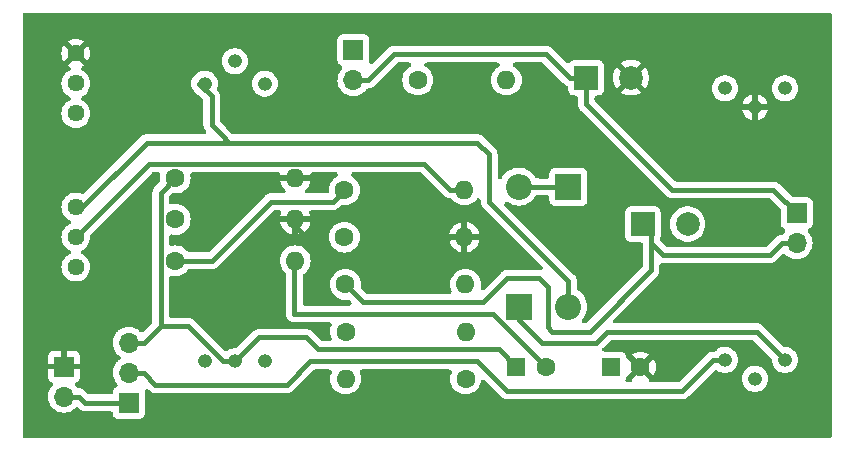
<source format=gbr>
%TF.GenerationSoftware,KiCad,Pcbnew,(7.0.0-0)*%
%TF.CreationDate,2024-02-07T12:32:51+03:00*%
%TF.ProjectId,germanium-amp,6765726d-616e-4697-956d-2d616d702e6b,rev?*%
%TF.SameCoordinates,Original*%
%TF.FileFunction,Copper,L1,Top*%
%TF.FilePolarity,Positive*%
%FSLAX46Y46*%
G04 Gerber Fmt 4.6, Leading zero omitted, Abs format (unit mm)*
G04 Created by KiCad (PCBNEW (7.0.0-0)) date 2024-02-07 12:32:51*
%MOMM*%
%LPD*%
G01*
G04 APERTURE LIST*
%TA.AperFunction,ComponentPad*%
%ADD10C,1.600000*%
%TD*%
%TA.AperFunction,ComponentPad*%
%ADD11O,1.600000X1.600000*%
%TD*%
%TA.AperFunction,ComponentPad*%
%ADD12C,1.440000*%
%TD*%
%TA.AperFunction,ComponentPad*%
%ADD13R,2.000000X2.000000*%
%TD*%
%TA.AperFunction,ComponentPad*%
%ADD14C,2.000000*%
%TD*%
%TA.AperFunction,ComponentPad*%
%ADD15O,1.200000X1.200000*%
%TD*%
%TA.AperFunction,ComponentPad*%
%ADD16R,1.700000X1.700000*%
%TD*%
%TA.AperFunction,ComponentPad*%
%ADD17O,1.700000X1.700000*%
%TD*%
%TA.AperFunction,ComponentPad*%
%ADD18R,2.200000X2.200000*%
%TD*%
%TA.AperFunction,ComponentPad*%
%ADD19O,2.200000X2.200000*%
%TD*%
%TA.AperFunction,ComponentPad*%
%ADD20R,1.600000X1.600000*%
%TD*%
%TA.AperFunction,Conductor*%
%ADD21C,0.400000*%
%TD*%
G04 APERTURE END LIST*
D10*
%TO.P,C1,1*%
%TO.N,Net-(J4-Pin_1)*%
X77950000Y-46200000D03*
D11*
%TO.P,C1,2*%
%TO.N,Net-(Q1-B)*%
X85449999Y-46199999D03*
%TD*%
D12*
%TO.P,UIn1,1,1*%
%TO.N,-12V*%
X49000000Y-43950000D03*
%TO.P,UIn1,2,2*%
%TO.N,Net-(Q1-B)*%
X49000000Y-46490000D03*
%TO.P,UIn1,3,3*%
X49000000Y-49030000D03*
%TD*%
D13*
%TO.P,C2,1*%
%TO.N,Out -*%
X92199999Y-45999999D03*
D14*
%TO.P,C2,2*%
%TO.N,-12V*%
X96000000Y-46000000D03*
%TD*%
D15*
%TO.P,Q3,1,E*%
%TO.N,Uh2*%
X103959999Y-46899999D03*
%TO.P,Q3,2,C*%
%TO.N,-12V*%
X106499999Y-48499999D03*
%TO.P,Q3,3,B*%
%TO.N,Net-(D1-K)*%
X109039999Y-46899999D03*
%TD*%
D10*
%TO.P,R4,1*%
%TO.N,Net-(Q2-B)*%
X57420000Y-58000000D03*
D11*
%TO.P,R4,2*%
%TO.N,-12V*%
X67579999Y-57999999D03*
%TD*%
D12*
%TO.P,Uout1,1,1*%
%TO.N,Net-(D1-K)*%
X49000000Y-56950000D03*
%TO.P,Uout1,2,2*%
%TO.N,Net-(R6-Pad2)*%
X49000000Y-59490000D03*
%TO.P,Uout1,3,3*%
X49000000Y-62030000D03*
%TD*%
D16*
%TO.P,J1,1,Pin_1*%
%TO.N,Out -*%
X110024999Y-57459999D03*
D17*
%TO.P,J1,2,Pin_2*%
%TO.N,Out +*%
X110024999Y-59999999D03*
%TD*%
D10*
%TO.P,R6,1*%
%TO.N,Net-(C4-Pad1)*%
X71740000Y-55500000D03*
D11*
%TO.P,R6,2*%
%TO.N,Net-(R6-Pad2)*%
X81899999Y-55499999D03*
%TD*%
D10*
%TO.P,R3,1*%
%TO.N,Uh1*%
X57420000Y-54500000D03*
D11*
%TO.P,R3,2*%
%TO.N,-12V*%
X67579999Y-54499999D03*
%TD*%
D18*
%TO.P,D2,1,A*%
%TO.N,Net-(D2-A)*%
X86499999Y-65379999D03*
D19*
%TO.P,D2,2,K*%
%TO.N,Net-(D1-A)*%
X86499999Y-55219999D03*
%TD*%
D15*
%TO.P,Q2,1,C*%
%TO.N,Net-(D1-K)*%
X59919999Y-46499999D03*
%TO.P,Q2,2,B*%
%TO.N,Net-(Q2-B)*%
X62459999Y-44599999D03*
%TO.P,Q2,3,E*%
%TO.N,Net-(Q2-E)*%
X64999999Y-46499999D03*
%TD*%
%TO.P,Q4,1,E*%
%TO.N,Uh2*%
X103959999Y-69899999D03*
%TO.P,Q4,2,C*%
%TO.N,Out -*%
X106499999Y-71499999D03*
%TO.P,Q4,3,B*%
%TO.N,Net-(D2-A)*%
X109039999Y-69899999D03*
%TD*%
D20*
%TO.P,C4,1*%
%TO.N,Net-(C4-Pad1)*%
X94294899Y-70499999D03*
D10*
%TO.P,C4,2*%
%TO.N,-12V*%
X96794900Y-70500000D03*
%TD*%
D16*
%TO.P,J2,1,Pin_1*%
%TO.N,Out -*%
X53474999Y-73524999D03*
D17*
%TO.P,J2,2,Pin_2*%
%TO.N,Uh2*%
X53474999Y-70984999D03*
%TO.P,J2,3,Pin_3*%
%TO.N,Uh1*%
X53474999Y-68444999D03*
%TD*%
D10*
%TO.P,R8,1*%
%TO.N,Out +*%
X71820000Y-63500000D03*
D11*
%TO.P,R8,2*%
%TO.N,Net-(D2-A)*%
X81979999Y-63499999D03*
%TD*%
D16*
%TO.P,J4,1,Pin_1*%
%TO.N,Net-(J4-Pin_1)*%
X72499999Y-43659999D03*
D17*
%TO.P,J4,2,Pin_2*%
%TO.N,Out -*%
X72499999Y-46199999D03*
%TD*%
D10*
%TO.P,R7,1*%
%TO.N,Net-(Q2-E)*%
X71740000Y-59500000D03*
D11*
%TO.P,R7,2*%
%TO.N,-12V*%
X81899999Y-59499999D03*
%TD*%
D13*
%TO.P,C5,1*%
%TO.N,Out +*%
X96999999Y-58399999D03*
D14*
%TO.P,C5,2*%
%TO.N,Uh2*%
X100800000Y-58400000D03*
%TD*%
D15*
%TO.P,Q1,1,E*%
%TO.N,Net-(Q1-E)*%
X59919999Y-69999999D03*
%TO.P,Q1,2,C*%
%TO.N,Uh1*%
X62459999Y-69999999D03*
%TO.P,Q1,3,B*%
%TO.N,Net-(Q1-B)*%
X64999999Y-69999999D03*
%TD*%
D18*
%TO.P,D1,1,A*%
%TO.N,Net-(D1-A)*%
X90699999Y-55239999D03*
D19*
%TO.P,D1,2,K*%
%TO.N,Net-(D1-K)*%
X90699999Y-65399999D03*
%TD*%
D10*
%TO.P,R5,1*%
%TO.N,Net-(C4-Pad1)*%
X57420000Y-61500000D03*
D11*
%TO.P,R5,2*%
%TO.N,Net-(Q2-B)*%
X67579999Y-61499999D03*
%TD*%
D16*
%TO.P,J3,1,Pin_1*%
%TO.N,-12V*%
X47999999Y-70459999D03*
D17*
%TO.P,J3,2,Pin_2*%
%TO.N,Out -*%
X47999999Y-72999999D03*
%TD*%
D10*
%TO.P,R2,1*%
%TO.N,Out -*%
X82000000Y-71500000D03*
D11*
%TO.P,R2,2*%
%TO.N,Net-(Q1-E)*%
X71839999Y-71499999D03*
%TD*%
D20*
%TO.P,C3,1*%
%TO.N,Uh1*%
X86294899Y-70499999D03*
D10*
%TO.P,C3,2*%
%TO.N,Net-(Q2-B)*%
X88794900Y-70500000D03*
%TD*%
%TO.P,R9,1*%
%TO.N,Out +*%
X71840000Y-67500000D03*
D11*
%TO.P,R9,2*%
%TO.N,Net-(Q1-E)*%
X81999999Y-67499999D03*
%TD*%
D21*
%TO.N,Out -*%
X49776900Y-73525000D02*
X53475000Y-73525000D01*
X48000000Y-73000000D02*
X49251900Y-73000000D01*
X108065000Y-55500000D02*
X99500000Y-55500000D01*
X49251900Y-73000000D02*
X49776900Y-73525000D01*
X75951900Y-44000000D02*
X88798100Y-44000000D01*
X110025000Y-57460000D02*
X108065000Y-55500000D01*
X88798100Y-44000000D02*
X90798100Y-46000000D01*
X73751900Y-46200000D02*
X75951900Y-44000000D01*
X72500000Y-46200000D02*
X73751900Y-46200000D01*
X90798100Y-46000000D02*
X92200000Y-46000000D01*
X92200000Y-48200000D02*
X92200000Y-46000000D01*
X99500000Y-55500000D02*
X92200000Y-48200000D01*
%TO.N,-12V*%
X98500000Y-48500000D02*
X106500000Y-48500000D01*
X78698100Y-61500000D02*
X70500000Y-61500000D01*
X70500000Y-61500000D02*
X67580000Y-58580000D01*
X80698100Y-59500000D02*
X78698100Y-61500000D01*
X81900000Y-59500000D02*
X80698100Y-59500000D01*
X96000000Y-46000000D02*
X98500000Y-48500000D01*
X67580000Y-58580000D02*
X67580000Y-58000000D01*
%TO.N,Uh1*%
X69500000Y-69000000D02*
X84794900Y-69000000D01*
X64500000Y-68000000D02*
X68500000Y-68000000D01*
X56186800Y-55733200D02*
X56186800Y-67029800D01*
X54771600Y-68445000D02*
X53475000Y-68445000D01*
X84794900Y-69000000D02*
X86294900Y-70500000D01*
X57420000Y-54500000D02*
X56186800Y-55733200D01*
X56186800Y-67029800D02*
X54771600Y-68445000D01*
X61959100Y-70000000D02*
X62460000Y-70000000D01*
X62500000Y-70000000D02*
X64500000Y-68000000D01*
X61959100Y-70000000D02*
X61458100Y-70000000D01*
X61458100Y-70000000D02*
X58487900Y-67029800D01*
X68500000Y-68000000D02*
X69500000Y-69000000D01*
X58487900Y-67029800D02*
X56186800Y-67029800D01*
X62460000Y-70000000D02*
X62500000Y-70000000D01*
%TO.N,Net-(Q2-B)*%
X88794900Y-70500000D02*
X84294900Y-66000000D01*
X67500000Y-61580000D02*
X67580000Y-61500000D01*
X67500000Y-66000000D02*
X67500000Y-61580000D01*
X84294900Y-66000000D02*
X67500000Y-66000000D01*
%TO.N,Net-(C4-Pad1)*%
X60500000Y-61500000D02*
X57420000Y-61500000D01*
X71740000Y-55500000D02*
X70740000Y-56500000D01*
X65500000Y-56500000D02*
X60500000Y-61500000D01*
X70740000Y-56500000D02*
X65500000Y-56500000D01*
%TO.N,Out +*%
X108773100Y-60000000D02*
X107773100Y-61000000D01*
X97000000Y-58400000D02*
X97701000Y-58400000D01*
X73320000Y-65000000D02*
X71820000Y-63500000D01*
X85500000Y-63000000D02*
X83500000Y-65000000D01*
X88951500Y-63705400D02*
X88246100Y-63000000D01*
X88951500Y-67102972D02*
X88951500Y-63705400D01*
X107773100Y-61000000D02*
X98701000Y-61000000D01*
X97701000Y-58400000D02*
X97701000Y-60000000D01*
X97701000Y-60000000D02*
X97701000Y-62299000D01*
X98701000Y-61000000D02*
X97701000Y-60000000D01*
X88246100Y-63000000D02*
X85500000Y-63000000D01*
X83500000Y-65000000D02*
X73320000Y-65000000D01*
X89348528Y-67500000D02*
X88951500Y-67102972D01*
X110025000Y-60000000D02*
X108773100Y-60000000D01*
X97701000Y-62299000D02*
X92500000Y-67500000D01*
X92500000Y-67500000D02*
X89348528Y-67500000D01*
%TO.N,Uh2*%
X100358100Y-72500000D02*
X102958100Y-69900000D01*
X83000000Y-70000000D02*
X85500000Y-72500000D01*
X55741900Y-72000000D02*
X66856400Y-72000000D01*
X68856400Y-70000000D02*
X83000000Y-70000000D01*
X102958100Y-69900000D02*
X103960000Y-69900000D01*
X66856400Y-72000000D02*
X68856400Y-70000000D01*
X53475000Y-70985000D02*
X54726900Y-70985000D01*
X85500000Y-72500000D02*
X100358100Y-72500000D01*
X54726900Y-70985000D02*
X55741900Y-72000000D01*
%TO.N,Net-(D1-K)*%
X84000000Y-56500000D02*
X90700000Y-63200000D01*
X61265500Y-50765500D02*
X62000000Y-51500000D01*
X59419100Y-46500000D02*
X60500000Y-47580900D01*
X60500000Y-47580900D02*
X60500000Y-50000000D01*
X62000000Y-51500000D02*
X83000000Y-51500000D01*
X49550000Y-56950000D02*
X49000000Y-56950000D01*
X60500000Y-50000000D02*
X61265500Y-50765500D01*
X62000000Y-51500000D02*
X55000000Y-51500000D01*
X90700000Y-63200000D02*
X90700000Y-65400000D01*
X59920000Y-46500000D02*
X59419100Y-46500000D01*
X84000000Y-52500000D02*
X84000000Y-56500000D01*
X83000000Y-51500000D02*
X84000000Y-52500000D01*
X55000000Y-51500000D02*
X49550000Y-56950000D01*
%TO.N,Net-(D1-A)*%
X90700000Y-55240000D02*
X88021900Y-55240000D01*
X88021900Y-55240000D02*
X88001900Y-55220000D01*
X86500000Y-55220000D02*
X88001900Y-55220000D01*
%TO.N,Net-(D2-A)*%
X106640000Y-67500000D02*
X109040000Y-69900000D01*
X94000000Y-67500000D02*
X106640000Y-67500000D01*
X88500000Y-68500000D02*
X93000000Y-68500000D01*
X86500000Y-66500000D02*
X88500000Y-68500000D01*
X86500000Y-65380000D02*
X86500000Y-66500000D01*
X93000000Y-68500000D02*
X94000000Y-67500000D01*
%TO.N,Net-(R6-Pad2)*%
X81900000Y-55500000D02*
X80698100Y-55500000D01*
X55191900Y-53298100D02*
X49000000Y-59490000D01*
X78496200Y-53298100D02*
X55191900Y-53298100D01*
X80698100Y-55500000D02*
X78496200Y-53298100D01*
%TD*%
%TA.AperFunction,Conductor*%
%TO.N,-12V*%
G36*
X78199769Y-54013748D02*
G01*
X78264329Y-54056886D01*
X80183551Y-55976108D01*
X80191777Y-55984845D01*
X80230171Y-56028183D01*
X80277805Y-56061063D01*
X80287480Y-56068182D01*
X80323564Y-56096452D01*
X80323569Y-56096455D01*
X80333044Y-56103878D01*
X80344018Y-56108816D01*
X80352013Y-56113650D01*
X80360264Y-56117980D01*
X80370170Y-56124818D01*
X80423007Y-56144856D01*
X80424294Y-56145344D01*
X80435389Y-56149940D01*
X80488169Y-56173695D01*
X80500013Y-56175865D01*
X80508898Y-56178634D01*
X80517966Y-56180869D01*
X80529228Y-56185140D01*
X80586672Y-56192114D01*
X80598533Y-56193919D01*
X80655494Y-56204358D01*
X80688325Y-56202371D01*
X80755273Y-56209740D01*
X80815935Y-56239024D01*
X80863352Y-56286867D01*
X80899953Y-56339139D01*
X81060861Y-56500047D01*
X81247266Y-56630568D01*
X81281175Y-56646380D01*
X81417461Y-56709932D01*
X81453504Y-56726739D01*
X81673308Y-56785635D01*
X81900000Y-56805468D01*
X82126692Y-56785635D01*
X82346496Y-56726739D01*
X82552734Y-56630568D01*
X82739139Y-56500047D01*
X82900047Y-56339139D01*
X82937488Y-56285666D01*
X82998503Y-56228935D01*
X83077397Y-56202154D01*
X83160340Y-56210018D01*
X83232794Y-56251150D01*
X83282059Y-56318339D01*
X83299500Y-56399808D01*
X83299500Y-56472816D01*
X83299137Y-56484831D01*
X83295642Y-56542606D01*
X83297810Y-56554441D01*
X83297811Y-56554445D01*
X83306076Y-56599549D01*
X83307884Y-56611426D01*
X83314860Y-56668872D01*
X83319126Y-56680123D01*
X83321367Y-56689213D01*
X83324136Y-56698098D01*
X83326305Y-56709932D01*
X83331245Y-56720908D01*
X83350058Y-56762711D01*
X83354656Y-56773810D01*
X83370914Y-56816678D01*
X83370916Y-56816682D01*
X83375182Y-56827930D01*
X83382019Y-56837834D01*
X83386351Y-56846088D01*
X83391180Y-56854078D01*
X83396122Y-56865057D01*
X83403542Y-56874528D01*
X83403547Y-56874536D01*
X83431818Y-56910621D01*
X83438932Y-56920288D01*
X83471817Y-56967929D01*
X83490932Y-56984863D01*
X83515137Y-57006307D01*
X83523890Y-57014547D01*
X88469257Y-61959914D01*
X88514610Y-62030059D01*
X88527180Y-62112638D01*
X88504753Y-62193100D01*
X88451279Y-62257271D01*
X88376180Y-62293842D01*
X88312728Y-62295763D01*
X88312561Y-62298538D01*
X88300541Y-62297810D01*
X88288706Y-62295642D01*
X88276698Y-62296368D01*
X88276692Y-62296368D01*
X88230932Y-62299137D01*
X88218916Y-62299500D01*
X85527173Y-62299500D01*
X85515158Y-62299137D01*
X85469407Y-62296369D01*
X85469401Y-62296369D01*
X85457394Y-62295643D01*
X85445560Y-62297811D01*
X85445551Y-62297812D01*
X85400464Y-62306074D01*
X85388589Y-62307882D01*
X85343071Y-62313409D01*
X85343065Y-62313410D01*
X85331128Y-62314860D01*
X85319880Y-62319125D01*
X85310822Y-62321358D01*
X85301904Y-62324136D01*
X85290068Y-62326306D01*
X85279097Y-62331243D01*
X85279089Y-62331246D01*
X85237288Y-62350059D01*
X85226190Y-62354656D01*
X85183325Y-62370913D01*
X85183321Y-62370914D01*
X85172070Y-62375182D01*
X85162165Y-62382018D01*
X85153900Y-62386356D01*
X85145913Y-62391184D01*
X85134943Y-62396122D01*
X85125473Y-62403540D01*
X85125468Y-62403544D01*
X85089385Y-62431813D01*
X85079710Y-62438932D01*
X85041975Y-62464979D01*
X85041967Y-62464985D01*
X85032071Y-62471817D01*
X85024093Y-62480821D01*
X85024093Y-62480822D01*
X84993691Y-62515138D01*
X84985454Y-62523887D01*
X83600309Y-63909032D01*
X83530368Y-63954308D01*
X83448020Y-63966981D01*
X83367702Y-63944831D01*
X83303492Y-63891739D01*
X83266645Y-63817013D01*
X83263634Y-63734157D01*
X83265635Y-63726692D01*
X83285468Y-63500000D01*
X83265635Y-63273308D01*
X83206739Y-63053504D01*
X83110568Y-62847266D01*
X82980047Y-62660861D01*
X82819139Y-62499953D01*
X82773322Y-62467872D01*
X82639851Y-62374415D01*
X82639848Y-62374413D01*
X82632734Y-62369432D01*
X82624859Y-62365760D01*
X82624856Y-62365758D01*
X82434374Y-62276934D01*
X82434368Y-62276931D01*
X82426496Y-62273261D01*
X82418099Y-62271011D01*
X82215083Y-62216613D01*
X82215079Y-62216612D01*
X82206692Y-62214365D01*
X82198040Y-62213608D01*
X81988653Y-62195289D01*
X81980000Y-62194532D01*
X81971347Y-62195289D01*
X81761959Y-62213608D01*
X81761957Y-62213608D01*
X81753308Y-62214365D01*
X81744922Y-62216611D01*
X81744916Y-62216613D01*
X81541900Y-62271011D01*
X81541896Y-62271012D01*
X81533504Y-62273261D01*
X81525635Y-62276930D01*
X81525625Y-62276934D01*
X81335143Y-62365758D01*
X81335135Y-62365762D01*
X81327266Y-62369432D01*
X81320156Y-62374410D01*
X81320148Y-62374415D01*
X81147978Y-62494969D01*
X81147973Y-62494973D01*
X81140861Y-62499953D01*
X81134721Y-62506092D01*
X81134715Y-62506098D01*
X80986098Y-62654715D01*
X80986092Y-62654721D01*
X80979953Y-62660861D01*
X80974973Y-62667973D01*
X80974969Y-62667978D01*
X80854415Y-62840148D01*
X80854410Y-62840156D01*
X80849432Y-62847266D01*
X80845762Y-62855135D01*
X80845758Y-62855143D01*
X80756934Y-63045625D01*
X80756930Y-63045635D01*
X80753261Y-63053504D01*
X80751012Y-63061896D01*
X80751011Y-63061900D01*
X80696613Y-63264916D01*
X80696611Y-63264922D01*
X80694365Y-63273308D01*
X80674532Y-63500000D01*
X80694365Y-63726692D01*
X80696612Y-63735079D01*
X80696613Y-63735083D01*
X80738589Y-63891739D01*
X80753261Y-63946496D01*
X80785859Y-64016403D01*
X80804382Y-64093554D01*
X80791286Y-64171814D01*
X80748652Y-64238737D01*
X80683259Y-64283680D01*
X80605503Y-64299500D01*
X73692585Y-64299500D01*
X73616431Y-64284352D01*
X73551871Y-64241214D01*
X73165757Y-63855100D01*
X73119472Y-63782448D01*
X73108228Y-63697046D01*
X73125468Y-63500000D01*
X73105635Y-63273308D01*
X73046739Y-63053504D01*
X72950568Y-62847266D01*
X72820047Y-62660861D01*
X72659139Y-62499953D01*
X72613322Y-62467872D01*
X72479851Y-62374415D01*
X72479848Y-62374413D01*
X72472734Y-62369432D01*
X72464859Y-62365760D01*
X72464856Y-62365758D01*
X72274374Y-62276934D01*
X72274368Y-62276931D01*
X72266496Y-62273261D01*
X72258099Y-62271011D01*
X72055083Y-62216613D01*
X72055079Y-62216612D01*
X72046692Y-62214365D01*
X72038040Y-62213608D01*
X71828653Y-62195289D01*
X71820000Y-62194532D01*
X71811347Y-62195289D01*
X71601959Y-62213608D01*
X71601957Y-62213608D01*
X71593308Y-62214365D01*
X71584922Y-62216611D01*
X71584916Y-62216613D01*
X71381900Y-62271011D01*
X71381896Y-62271012D01*
X71373504Y-62273261D01*
X71365635Y-62276930D01*
X71365625Y-62276934D01*
X71175143Y-62365758D01*
X71175135Y-62365762D01*
X71167266Y-62369432D01*
X71160156Y-62374410D01*
X71160148Y-62374415D01*
X70987978Y-62494969D01*
X70987973Y-62494973D01*
X70980861Y-62499953D01*
X70974721Y-62506092D01*
X70974715Y-62506098D01*
X70826098Y-62654715D01*
X70826092Y-62654721D01*
X70819953Y-62660861D01*
X70814973Y-62667973D01*
X70814969Y-62667978D01*
X70694415Y-62840148D01*
X70694410Y-62840156D01*
X70689432Y-62847266D01*
X70685762Y-62855135D01*
X70685758Y-62855143D01*
X70596934Y-63045625D01*
X70596930Y-63045635D01*
X70593261Y-63053504D01*
X70591012Y-63061896D01*
X70591011Y-63061900D01*
X70536613Y-63264916D01*
X70536611Y-63264922D01*
X70534365Y-63273308D01*
X70514532Y-63500000D01*
X70534365Y-63726692D01*
X70536612Y-63735079D01*
X70536613Y-63735083D01*
X70578589Y-63891739D01*
X70593261Y-63946496D01*
X70596930Y-63954364D01*
X70596934Y-63954374D01*
X70663478Y-64097076D01*
X70689432Y-64152734D01*
X70694413Y-64159848D01*
X70694415Y-64159851D01*
X70781591Y-64284352D01*
X70819953Y-64339139D01*
X70980861Y-64500047D01*
X71167266Y-64630568D01*
X71373504Y-64726739D01*
X71593308Y-64785635D01*
X71820000Y-64805468D01*
X72017046Y-64788228D01*
X72102448Y-64799472D01*
X72175100Y-64845757D01*
X72289129Y-64959786D01*
X72332267Y-65024346D01*
X72347415Y-65100500D01*
X72332267Y-65176654D01*
X72289129Y-65241214D01*
X72224569Y-65284352D01*
X72148415Y-65299500D01*
X68399500Y-65299500D01*
X68323346Y-65284352D01*
X68258786Y-65241214D01*
X68215648Y-65176654D01*
X68200500Y-65100500D01*
X68200500Y-62756732D01*
X68210601Y-62694137D01*
X68239878Y-62637897D01*
X68285359Y-62593720D01*
X68295188Y-62586836D01*
X68419139Y-62500047D01*
X68580047Y-62339139D01*
X68710568Y-62152734D01*
X68806739Y-61946496D01*
X68865635Y-61726692D01*
X68885468Y-61500000D01*
X68865635Y-61273308D01*
X68806739Y-61053504D01*
X68710568Y-60847266D01*
X68580047Y-60660861D01*
X68419139Y-60499953D01*
X68232734Y-60369432D01*
X68224859Y-60365760D01*
X68224856Y-60365758D01*
X68034374Y-60276934D01*
X68034368Y-60276931D01*
X68026496Y-60273261D01*
X67916557Y-60243803D01*
X67815083Y-60216613D01*
X67815079Y-60216612D01*
X67806692Y-60214365D01*
X67798040Y-60213608D01*
X67588653Y-60195289D01*
X67580000Y-60194532D01*
X67571347Y-60195289D01*
X67361959Y-60213608D01*
X67361957Y-60213608D01*
X67353308Y-60214365D01*
X67344922Y-60216611D01*
X67344916Y-60216613D01*
X67141900Y-60271011D01*
X67141896Y-60271012D01*
X67133504Y-60273261D01*
X67125635Y-60276930D01*
X67125625Y-60276934D01*
X66935143Y-60365758D01*
X66935135Y-60365762D01*
X66927266Y-60369432D01*
X66920156Y-60374410D01*
X66920148Y-60374415D01*
X66747978Y-60494969D01*
X66747973Y-60494973D01*
X66740861Y-60499953D01*
X66734721Y-60506092D01*
X66734715Y-60506098D01*
X66586098Y-60654715D01*
X66586092Y-60654721D01*
X66579953Y-60660861D01*
X66574973Y-60667973D01*
X66574969Y-60667978D01*
X66454415Y-60840148D01*
X66454410Y-60840156D01*
X66449432Y-60847266D01*
X66445762Y-60855135D01*
X66445758Y-60855143D01*
X66356934Y-61045625D01*
X66356930Y-61045635D01*
X66353261Y-61053504D01*
X66351012Y-61061896D01*
X66351011Y-61061900D01*
X66296613Y-61264916D01*
X66296611Y-61264922D01*
X66294365Y-61273308D01*
X66274532Y-61500000D01*
X66275289Y-61508653D01*
X66290856Y-61686590D01*
X66294365Y-61726692D01*
X66296612Y-61735079D01*
X66296613Y-61735083D01*
X66339747Y-61896062D01*
X66353261Y-61946496D01*
X66356931Y-61954368D01*
X66356934Y-61954374D01*
X66445758Y-62144856D01*
X66449432Y-62152734D01*
X66454413Y-62159848D01*
X66454415Y-62159851D01*
X66522629Y-62257271D01*
X66579953Y-62339139D01*
X66586098Y-62345284D01*
X66740861Y-62500047D01*
X66738774Y-62502133D01*
X66780841Y-62556926D01*
X66799500Y-62641057D01*
X66799500Y-65914944D01*
X66799500Y-66085056D01*
X66802378Y-66096735D01*
X66802379Y-66096738D01*
X66806835Y-66114816D01*
X66811166Y-66138451D01*
X66814860Y-66168872D01*
X66819127Y-66180125D01*
X66819128Y-66180127D01*
X66825725Y-66197522D01*
X66832873Y-66220459D01*
X66837328Y-66238535D01*
X66837329Y-66238539D01*
X66840210Y-66250225D01*
X66845804Y-66260883D01*
X66854450Y-66277357D01*
X66864310Y-66299265D01*
X66870913Y-66316676D01*
X66870915Y-66316681D01*
X66875182Y-66327930D01*
X66892599Y-66353163D01*
X66905023Y-66373715D01*
X66919266Y-66400852D01*
X66933695Y-66417139D01*
X66939587Y-66423790D01*
X66954403Y-66442702D01*
X66971817Y-66467929D01*
X66980825Y-66475909D01*
X66994754Y-66488249D01*
X67011748Y-66505243D01*
X67032071Y-66528183D01*
X67044168Y-66536533D01*
X67057299Y-66545597D01*
X67076213Y-66560415D01*
X67099148Y-66580734D01*
X67126282Y-66594975D01*
X67146834Y-66607398D01*
X67172070Y-66624818D01*
X67200457Y-66635583D01*
X67200727Y-66635686D01*
X67222636Y-66645546D01*
X67249775Y-66659790D01*
X67279540Y-66667126D01*
X67302466Y-66674270D01*
X67331128Y-66685140D01*
X67361556Y-66688834D01*
X67385176Y-66693162D01*
X67414944Y-66700500D01*
X67457628Y-66700500D01*
X67585056Y-66700500D01*
X70465503Y-66700500D01*
X70543259Y-66716320D01*
X70608652Y-66761263D01*
X70651286Y-66828186D01*
X70664382Y-66906446D01*
X70645859Y-66983596D01*
X70613261Y-67053504D01*
X70611012Y-67061896D01*
X70611011Y-67061900D01*
X70556613Y-67264916D01*
X70556611Y-67264922D01*
X70554365Y-67273308D01*
X70553608Y-67281957D01*
X70553608Y-67281959D01*
X70535289Y-67491347D01*
X70534532Y-67500000D01*
X70554365Y-67726692D01*
X70556612Y-67735079D01*
X70556613Y-67735083D01*
X70570949Y-67788586D01*
X70613261Y-67946496D01*
X70645859Y-68016403D01*
X70664382Y-68093554D01*
X70651286Y-68171814D01*
X70608652Y-68238737D01*
X70543259Y-68283680D01*
X70465503Y-68299500D01*
X69872584Y-68299500D01*
X69796430Y-68284352D01*
X69731870Y-68241214D01*
X69014547Y-67523890D01*
X69006307Y-67515137D01*
X68975910Y-67480826D01*
X68967929Y-67471817D01*
X68920288Y-67438932D01*
X68910621Y-67431818D01*
X68874536Y-67403547D01*
X68874528Y-67403542D01*
X68865057Y-67396122D01*
X68854078Y-67391180D01*
X68846088Y-67386351D01*
X68837834Y-67382019D01*
X68827930Y-67375182D01*
X68816682Y-67370916D01*
X68816678Y-67370914D01*
X68773810Y-67354656D01*
X68762711Y-67350058D01*
X68729358Y-67335047D01*
X68709932Y-67326305D01*
X68698098Y-67324136D01*
X68689213Y-67321367D01*
X68680123Y-67319126D01*
X68668872Y-67314860D01*
X68656923Y-67313409D01*
X68611426Y-67307884D01*
X68599549Y-67306076D01*
X68554445Y-67297811D01*
X68554441Y-67297810D01*
X68542606Y-67295642D01*
X68530598Y-67296368D01*
X68530592Y-67296368D01*
X68484832Y-67299137D01*
X68472816Y-67299500D01*
X64527173Y-67299500D01*
X64515158Y-67299137D01*
X64469407Y-67296369D01*
X64469401Y-67296369D01*
X64457394Y-67295643D01*
X64445560Y-67297811D01*
X64445551Y-67297812D01*
X64400464Y-67306074D01*
X64388589Y-67307882D01*
X64343071Y-67313409D01*
X64343065Y-67313410D01*
X64331128Y-67314860D01*
X64319880Y-67319125D01*
X64310822Y-67321358D01*
X64301904Y-67324136D01*
X64290068Y-67326306D01*
X64279097Y-67331243D01*
X64279089Y-67331246D01*
X64237288Y-67350059D01*
X64226190Y-67354656D01*
X64183325Y-67370913D01*
X64183321Y-67370914D01*
X64172070Y-67375182D01*
X64162165Y-67382018D01*
X64153900Y-67386356D01*
X64145913Y-67391184D01*
X64134943Y-67396122D01*
X64125473Y-67403540D01*
X64125468Y-67403544D01*
X64089385Y-67431813D01*
X64079710Y-67438932D01*
X64041975Y-67464979D01*
X64041967Y-67464985D01*
X64032071Y-67471817D01*
X64024093Y-67480821D01*
X64024093Y-67480822D01*
X63993691Y-67515138D01*
X63985454Y-67523887D01*
X62668128Y-68841214D01*
X62603568Y-68884352D01*
X62527414Y-68899500D01*
X62358024Y-68899500D01*
X62348992Y-68901188D01*
X62348985Y-68901189D01*
X62166585Y-68935285D01*
X62166575Y-68935287D01*
X62157544Y-68936976D01*
X62148969Y-68940297D01*
X62148965Y-68940299D01*
X61975942Y-69007328D01*
X61975937Y-69007330D01*
X61967363Y-69010652D01*
X61959542Y-69015494D01*
X61959539Y-69015496D01*
X61793959Y-69118019D01*
X61793358Y-69117048D01*
X61740048Y-69143974D01*
X61669606Y-69151731D01*
X61600913Y-69134311D01*
X61542680Y-69093923D01*
X59002447Y-66553690D01*
X58994207Y-66544937D01*
X58963810Y-66510626D01*
X58955829Y-66501617D01*
X58908188Y-66468732D01*
X58898521Y-66461618D01*
X58862436Y-66433347D01*
X58862428Y-66433342D01*
X58852957Y-66425922D01*
X58841978Y-66420980D01*
X58833988Y-66416151D01*
X58825734Y-66411819D01*
X58815830Y-66404982D01*
X58804582Y-66400716D01*
X58804578Y-66400714D01*
X58761710Y-66384456D01*
X58750611Y-66379858D01*
X58708808Y-66361045D01*
X58708809Y-66361045D01*
X58697832Y-66356105D01*
X58685998Y-66353936D01*
X58677113Y-66351167D01*
X58668023Y-66348926D01*
X58656772Y-66344660D01*
X58644823Y-66343209D01*
X58599326Y-66337684D01*
X58587449Y-66335876D01*
X58542345Y-66327611D01*
X58542341Y-66327610D01*
X58530506Y-66325442D01*
X58518498Y-66326168D01*
X58518492Y-66326168D01*
X58472732Y-66328937D01*
X58460716Y-66329300D01*
X57086300Y-66329300D01*
X57010146Y-66314152D01*
X56945586Y-66271014D01*
X56902448Y-66206454D01*
X56887300Y-66130300D01*
X56887300Y-62962982D01*
X56900517Y-62891667D01*
X56938414Y-62829825D01*
X56995956Y-62785672D01*
X57065499Y-62765072D01*
X57137804Y-62770762D01*
X57193308Y-62785635D01*
X57420000Y-62805468D01*
X57646692Y-62785635D01*
X57866496Y-62726739D01*
X58072734Y-62630568D01*
X58259139Y-62500047D01*
X58420047Y-62339139D01*
X58429033Y-62326306D01*
X58457705Y-62285359D01*
X58501881Y-62239878D01*
X58558121Y-62210601D01*
X58620716Y-62200500D01*
X60472816Y-62200500D01*
X60484831Y-62200862D01*
X60542606Y-62204358D01*
X60599570Y-62193918D01*
X60611422Y-62192115D01*
X60668872Y-62185140D01*
X60680132Y-62180869D01*
X60689189Y-62178637D01*
X60698081Y-62175866D01*
X60709932Y-62173695D01*
X60762725Y-62149933D01*
X60773800Y-62145345D01*
X60827930Y-62124818D01*
X60837843Y-62117974D01*
X60846109Y-62113636D01*
X60854076Y-62108819D01*
X60865057Y-62103878D01*
X60910637Y-62068167D01*
X60920266Y-62061082D01*
X60967929Y-62028183D01*
X61006325Y-61984841D01*
X61014531Y-61976124D01*
X63490656Y-59500000D01*
X70434532Y-59500000D01*
X70454365Y-59726692D01*
X70456612Y-59735079D01*
X70456613Y-59735083D01*
X70500574Y-59899146D01*
X70513261Y-59946496D01*
X70516931Y-59954368D01*
X70516934Y-59954374D01*
X70586045Y-60102581D01*
X70609432Y-60152734D01*
X70614413Y-60159848D01*
X70614415Y-60159851D01*
X70692250Y-60271011D01*
X70739953Y-60339139D01*
X70900861Y-60500047D01*
X71087266Y-60630568D01*
X71293504Y-60726739D01*
X71513308Y-60785635D01*
X71740000Y-60805468D01*
X71966692Y-60785635D01*
X72186496Y-60726739D01*
X72392734Y-60630568D01*
X72579139Y-60500047D01*
X72740047Y-60339139D01*
X72870568Y-60152734D01*
X72966739Y-59946496D01*
X73018658Y-59752729D01*
X80624684Y-59752729D01*
X80625860Y-59767660D01*
X80671483Y-59937928D01*
X80677406Y-59954203D01*
X80766191Y-60144603D01*
X80774852Y-60159604D01*
X80895352Y-60331696D01*
X80906485Y-60344963D01*
X81055036Y-60493514D01*
X81068303Y-60504647D01*
X81240395Y-60625147D01*
X81255396Y-60633808D01*
X81445796Y-60722593D01*
X81462071Y-60728516D01*
X81632339Y-60774139D01*
X81647270Y-60775315D01*
X81650000Y-60760586D01*
X82150000Y-60760586D01*
X82152729Y-60775315D01*
X82167660Y-60774139D01*
X82337928Y-60728516D01*
X82354203Y-60722593D01*
X82544603Y-60633808D01*
X82559604Y-60625147D01*
X82731696Y-60504647D01*
X82744963Y-60493514D01*
X82893514Y-60344963D01*
X82904647Y-60331696D01*
X83025147Y-60159604D01*
X83033808Y-60144603D01*
X83122593Y-59954203D01*
X83128516Y-59937928D01*
X83174139Y-59767660D01*
X83175315Y-59752729D01*
X83160586Y-59750000D01*
X82169598Y-59750000D01*
X82153251Y-59753251D01*
X82150000Y-59769598D01*
X82150000Y-60760586D01*
X81650000Y-60760586D01*
X81650000Y-59769598D01*
X81646748Y-59753251D01*
X81630402Y-59750000D01*
X80639414Y-59750000D01*
X80624684Y-59752729D01*
X73018658Y-59752729D01*
X73025635Y-59726692D01*
X73045468Y-59500000D01*
X73025635Y-59273308D01*
X73018658Y-59247270D01*
X80624684Y-59247270D01*
X80639414Y-59250000D01*
X81630402Y-59250000D01*
X81646748Y-59246748D01*
X81650000Y-59230402D01*
X82150000Y-59230402D01*
X82153251Y-59246748D01*
X82169598Y-59250000D01*
X83160586Y-59250000D01*
X83175315Y-59247270D01*
X83174139Y-59232339D01*
X83128516Y-59062071D01*
X83122593Y-59045796D01*
X83033808Y-58855396D01*
X83025147Y-58840395D01*
X82904647Y-58668303D01*
X82893514Y-58655036D01*
X82744963Y-58506485D01*
X82731696Y-58495352D01*
X82559604Y-58374852D01*
X82544603Y-58366191D01*
X82354203Y-58277406D01*
X82337928Y-58271483D01*
X82167660Y-58225860D01*
X82152729Y-58224684D01*
X82150000Y-58239414D01*
X82150000Y-59230402D01*
X81650000Y-59230402D01*
X81650000Y-58239414D01*
X81647270Y-58224684D01*
X81632339Y-58225860D01*
X81462071Y-58271483D01*
X81445796Y-58277406D01*
X81255396Y-58366191D01*
X81240395Y-58374852D01*
X81068303Y-58495352D01*
X81055036Y-58506485D01*
X80906485Y-58655036D01*
X80895352Y-58668303D01*
X80774852Y-58840395D01*
X80766191Y-58855396D01*
X80677406Y-59045796D01*
X80671483Y-59062071D01*
X80625860Y-59232339D01*
X80624684Y-59247270D01*
X73018658Y-59247270D01*
X72966739Y-59053504D01*
X72952662Y-59023317D01*
X72893489Y-58896420D01*
X72870568Y-58847266D01*
X72740047Y-58660861D01*
X72579139Y-58499953D01*
X72490802Y-58438099D01*
X72399851Y-58374415D01*
X72399848Y-58374413D01*
X72392734Y-58369432D01*
X72384859Y-58365760D01*
X72384856Y-58365758D01*
X72194374Y-58276934D01*
X72194368Y-58276931D01*
X72186496Y-58273261D01*
X72178099Y-58271011D01*
X71975083Y-58216613D01*
X71975079Y-58216612D01*
X71966692Y-58214365D01*
X71958040Y-58213608D01*
X71748653Y-58195289D01*
X71740000Y-58194532D01*
X71731347Y-58195289D01*
X71521959Y-58213608D01*
X71521957Y-58213608D01*
X71513308Y-58214365D01*
X71504922Y-58216611D01*
X71504916Y-58216613D01*
X71301900Y-58271011D01*
X71301896Y-58271012D01*
X71293504Y-58273261D01*
X71285635Y-58276930D01*
X71285625Y-58276934D01*
X71095143Y-58365758D01*
X71095135Y-58365762D01*
X71087266Y-58369432D01*
X71080156Y-58374410D01*
X71080148Y-58374415D01*
X70907978Y-58494969D01*
X70907973Y-58494973D01*
X70900861Y-58499953D01*
X70894721Y-58506092D01*
X70894715Y-58506098D01*
X70746098Y-58654715D01*
X70746092Y-58654721D01*
X70739953Y-58660861D01*
X70734973Y-58667973D01*
X70734969Y-58667978D01*
X70614415Y-58840148D01*
X70614410Y-58840156D01*
X70609432Y-58847266D01*
X70605762Y-58855135D01*
X70605758Y-58855143D01*
X70516934Y-59045625D01*
X70516930Y-59045635D01*
X70513261Y-59053504D01*
X70511012Y-59061896D01*
X70511011Y-59061900D01*
X70456613Y-59264916D01*
X70456611Y-59264922D01*
X70454365Y-59273308D01*
X70453608Y-59281957D01*
X70453608Y-59281959D01*
X70436164Y-59481347D01*
X70434532Y-59500000D01*
X63490656Y-59500000D01*
X64737927Y-58252729D01*
X66304684Y-58252729D01*
X66305860Y-58267660D01*
X66351483Y-58437928D01*
X66357406Y-58454203D01*
X66446191Y-58644603D01*
X66454852Y-58659604D01*
X66575352Y-58831696D01*
X66586485Y-58844963D01*
X66735036Y-58993514D01*
X66748303Y-59004647D01*
X66920395Y-59125147D01*
X66935396Y-59133808D01*
X67125796Y-59222593D01*
X67142071Y-59228516D01*
X67312339Y-59274139D01*
X67327270Y-59275315D01*
X67330000Y-59260586D01*
X67830000Y-59260586D01*
X67832729Y-59275315D01*
X67847660Y-59274139D01*
X68017928Y-59228516D01*
X68034203Y-59222593D01*
X68224603Y-59133808D01*
X68239604Y-59125147D01*
X68411696Y-59004647D01*
X68424963Y-58993514D01*
X68573514Y-58844963D01*
X68584647Y-58831696D01*
X68705147Y-58659604D01*
X68713808Y-58644603D01*
X68802593Y-58454203D01*
X68808516Y-58437928D01*
X68854139Y-58267660D01*
X68855315Y-58252729D01*
X68840586Y-58250000D01*
X67849598Y-58250000D01*
X67833251Y-58253251D01*
X67830000Y-58269598D01*
X67830000Y-59260586D01*
X67330000Y-59260586D01*
X67330000Y-58269598D01*
X67326748Y-58253251D01*
X67310402Y-58250000D01*
X66319414Y-58250000D01*
X66304684Y-58252729D01*
X64737927Y-58252729D01*
X65731870Y-57258786D01*
X65796431Y-57215648D01*
X65872585Y-57200500D01*
X66206054Y-57200500D01*
X66283809Y-57216320D01*
X66349203Y-57261263D01*
X66391836Y-57328185D01*
X66404933Y-57406445D01*
X66386409Y-57483601D01*
X66357406Y-57545796D01*
X66351483Y-57562071D01*
X66305860Y-57732339D01*
X66304684Y-57747270D01*
X66319414Y-57750000D01*
X68840586Y-57750000D01*
X68855315Y-57747270D01*
X68854139Y-57732339D01*
X68808516Y-57562071D01*
X68802593Y-57545796D01*
X68773591Y-57483601D01*
X68755067Y-57406445D01*
X68768164Y-57328185D01*
X68810797Y-57261263D01*
X68876191Y-57216320D01*
X68953946Y-57200500D01*
X70712816Y-57200500D01*
X70724831Y-57200862D01*
X70782606Y-57204358D01*
X70839570Y-57193918D01*
X70851422Y-57192115D01*
X70908872Y-57185140D01*
X70920132Y-57180869D01*
X70929189Y-57178637D01*
X70938081Y-57175866D01*
X70949932Y-57173695D01*
X71002725Y-57149933D01*
X71013800Y-57145345D01*
X71067930Y-57124818D01*
X71077843Y-57117974D01*
X71086109Y-57113636D01*
X71094076Y-57108819D01*
X71105057Y-57103878D01*
X71150637Y-57068167D01*
X71160266Y-57061082D01*
X71207929Y-57028183D01*
X71246325Y-56984841D01*
X71254531Y-56976124D01*
X71384900Y-56845755D01*
X71457550Y-56799472D01*
X71542952Y-56788228D01*
X71740000Y-56805468D01*
X71966692Y-56785635D01*
X72186496Y-56726739D01*
X72392734Y-56630568D01*
X72579139Y-56500047D01*
X72740047Y-56339139D01*
X72870568Y-56152734D01*
X72966739Y-55946496D01*
X73025635Y-55726692D01*
X73045468Y-55500000D01*
X73025635Y-55273308D01*
X72966739Y-55053504D01*
X72870568Y-54847266D01*
X72740047Y-54660861D01*
X72579139Y-54499953D01*
X72392734Y-54369432D01*
X72390314Y-54368303D01*
X72328588Y-54311743D01*
X72295621Y-54232157D01*
X72299379Y-54146096D01*
X72339155Y-54069686D01*
X72407497Y-54017245D01*
X72491598Y-53998600D01*
X78123615Y-53998600D01*
X78199769Y-54013748D01*
G37*
%TD.AperFunction*%
%TA.AperFunction,Conductor*%
G36*
X66180471Y-54011820D02*
G01*
X66242317Y-54049724D01*
X66286470Y-54107276D01*
X66307062Y-54176829D01*
X66304140Y-54213860D01*
X66307295Y-54214109D01*
X66304684Y-54247270D01*
X66319414Y-54250000D01*
X68840586Y-54250000D01*
X68855315Y-54247270D01*
X68852705Y-54214109D01*
X68855859Y-54213860D01*
X68852938Y-54176829D01*
X68873530Y-54107276D01*
X68917683Y-54049724D01*
X68979529Y-54011820D01*
X69050851Y-53998600D01*
X70988402Y-53998600D01*
X71072503Y-54017245D01*
X71140845Y-54069686D01*
X71180621Y-54146096D01*
X71184379Y-54232157D01*
X71151412Y-54311743D01*
X71089685Y-54368303D01*
X71087266Y-54369432D01*
X71080153Y-54374411D01*
X71080152Y-54374413D01*
X70907978Y-54494969D01*
X70907973Y-54494973D01*
X70900861Y-54499953D01*
X70894721Y-54506092D01*
X70894715Y-54506098D01*
X70746098Y-54654715D01*
X70746092Y-54654721D01*
X70739953Y-54660861D01*
X70734973Y-54667973D01*
X70734969Y-54667978D01*
X70614415Y-54840148D01*
X70614410Y-54840156D01*
X70609432Y-54847266D01*
X70605762Y-54855135D01*
X70605758Y-54855143D01*
X70516934Y-55045625D01*
X70516930Y-55045635D01*
X70513261Y-55053504D01*
X70511012Y-55061896D01*
X70511011Y-55061900D01*
X70456613Y-55264916D01*
X70456611Y-55264922D01*
X70454365Y-55273308D01*
X70453608Y-55281957D01*
X70453608Y-55281959D01*
X70437056Y-55471148D01*
X70434532Y-55500000D01*
X70435289Y-55508653D01*
X70441807Y-55583156D01*
X70432003Y-55664467D01*
X70390282Y-55734943D01*
X70323710Y-55782647D01*
X70243564Y-55799500D01*
X68599406Y-55799500D01*
X68523252Y-55784352D01*
X68458692Y-55741214D01*
X68415554Y-55676654D01*
X68400406Y-55600500D01*
X68415554Y-55524346D01*
X68458692Y-55459786D01*
X68573514Y-55344963D01*
X68584647Y-55331696D01*
X68705147Y-55159604D01*
X68713808Y-55144603D01*
X68802593Y-54954203D01*
X68808516Y-54937928D01*
X68854139Y-54767660D01*
X68855315Y-54752729D01*
X68840586Y-54750000D01*
X66319414Y-54750000D01*
X66304684Y-54752729D01*
X66305860Y-54767660D01*
X66351483Y-54937928D01*
X66357406Y-54954203D01*
X66446191Y-55144603D01*
X66454852Y-55159604D01*
X66575352Y-55331696D01*
X66586485Y-55344963D01*
X66701308Y-55459786D01*
X66744446Y-55524346D01*
X66759594Y-55600500D01*
X66744446Y-55676654D01*
X66701308Y-55741214D01*
X66636748Y-55784352D01*
X66560594Y-55799500D01*
X65527184Y-55799500D01*
X65515168Y-55799137D01*
X65469407Y-55796368D01*
X65469401Y-55796368D01*
X65457394Y-55795642D01*
X65445559Y-55797810D01*
X65445553Y-55797811D01*
X65400450Y-55806076D01*
X65388573Y-55807884D01*
X65343074Y-55813409D01*
X65343071Y-55813409D01*
X65331128Y-55814860D01*
X65319877Y-55819126D01*
X65310794Y-55821365D01*
X65301899Y-55824136D01*
X65290069Y-55826305D01*
X65279103Y-55831240D01*
X65279091Y-55831244D01*
X65237282Y-55850060D01*
X65226186Y-55854656D01*
X65183331Y-55870910D01*
X65183322Y-55870914D01*
X65172070Y-55875182D01*
X65162166Y-55882017D01*
X65153917Y-55886347D01*
X65145918Y-55891182D01*
X65134944Y-55896122D01*
X65125471Y-55903542D01*
X65125463Y-55903548D01*
X65089374Y-55931821D01*
X65079702Y-55938938D01*
X65041977Y-55964978D01*
X65041971Y-55964982D01*
X65032071Y-55971817D01*
X65024092Y-55980822D01*
X65024091Y-55980824D01*
X64993691Y-56015138D01*
X64985454Y-56023887D01*
X60268129Y-60741214D01*
X60203569Y-60784352D01*
X60127415Y-60799500D01*
X58620716Y-60799500D01*
X58558121Y-60789399D01*
X58501881Y-60760122D01*
X58457705Y-60714641D01*
X58425036Y-60667985D01*
X58425030Y-60667978D01*
X58420047Y-60660861D01*
X58259139Y-60499953D01*
X58072734Y-60369432D01*
X58064859Y-60365760D01*
X58064856Y-60365758D01*
X57874374Y-60276934D01*
X57874368Y-60276931D01*
X57866496Y-60273261D01*
X57756557Y-60243803D01*
X57655083Y-60216613D01*
X57655079Y-60216612D01*
X57646692Y-60214365D01*
X57638040Y-60213608D01*
X57428653Y-60195289D01*
X57420000Y-60194532D01*
X57411347Y-60195289D01*
X57201959Y-60213608D01*
X57201957Y-60213608D01*
X57193308Y-60214365D01*
X57184922Y-60216611D01*
X57184916Y-60216613D01*
X57137805Y-60229237D01*
X57065499Y-60234928D01*
X56995956Y-60214328D01*
X56938414Y-60170175D01*
X56900517Y-60108333D01*
X56887300Y-60037018D01*
X56887300Y-59462982D01*
X56900517Y-59391667D01*
X56938414Y-59329825D01*
X56995956Y-59285672D01*
X57065499Y-59265072D01*
X57137804Y-59270762D01*
X57193308Y-59285635D01*
X57420000Y-59305468D01*
X57646692Y-59285635D01*
X57866496Y-59226739D01*
X58072734Y-59130568D01*
X58259139Y-59000047D01*
X58420047Y-58839139D01*
X58550568Y-58652734D01*
X58646739Y-58446496D01*
X58705635Y-58226692D01*
X58725468Y-58000000D01*
X58705635Y-57773308D01*
X58646739Y-57553504D01*
X58550568Y-57347266D01*
X58420047Y-57160861D01*
X58259139Y-56999953D01*
X58200156Y-56958653D01*
X58079851Y-56874415D01*
X58079848Y-56874413D01*
X58072734Y-56869432D01*
X58064859Y-56865760D01*
X58064856Y-56865758D01*
X57874374Y-56776934D01*
X57874368Y-56776931D01*
X57866496Y-56773261D01*
X57827123Y-56762711D01*
X57655083Y-56716613D01*
X57655079Y-56716612D01*
X57646692Y-56714365D01*
X57638040Y-56713608D01*
X57428653Y-56695289D01*
X57420000Y-56694532D01*
X57411347Y-56695289D01*
X57201959Y-56713608D01*
X57201957Y-56713608D01*
X57193308Y-56714365D01*
X57184922Y-56716611D01*
X57184916Y-56716613D01*
X57137805Y-56729237D01*
X57065499Y-56734928D01*
X56995956Y-56714328D01*
X56938414Y-56670175D01*
X56900517Y-56608333D01*
X56887300Y-56537018D01*
X56887300Y-56105786D01*
X56902448Y-56029633D01*
X56945585Y-55965073D01*
X57064898Y-55845758D01*
X57137551Y-55799472D01*
X57222953Y-55788228D01*
X57420000Y-55805468D01*
X57646692Y-55785635D01*
X57866496Y-55726739D01*
X58072734Y-55630568D01*
X58259139Y-55500047D01*
X58420047Y-55339139D01*
X58550568Y-55152734D01*
X58646739Y-54946496D01*
X58705635Y-54726692D01*
X58725468Y-54500000D01*
X58705635Y-54273308D01*
X58699148Y-54249100D01*
X58693459Y-54176798D01*
X58714059Y-54107255D01*
X58758212Y-54049714D01*
X58820054Y-54011817D01*
X58891369Y-53998600D01*
X66109149Y-53998600D01*
X66180471Y-54011820D01*
G37*
%TD.AperFunction*%
%TA.AperFunction,Conductor*%
G36*
X112877154Y-40515148D02*
G01*
X112941714Y-40558286D01*
X112984852Y-40622846D01*
X113000000Y-40699000D01*
X113000000Y-76301000D01*
X112984852Y-76377154D01*
X112941714Y-76441714D01*
X112877154Y-76484852D01*
X112801000Y-76500000D01*
X44699000Y-76500000D01*
X44622846Y-76484852D01*
X44558286Y-76441714D01*
X44515148Y-76377154D01*
X44500000Y-76301000D01*
X44500000Y-73000000D01*
X46644341Y-73000000D01*
X46645098Y-73008652D01*
X46664179Y-73226753D01*
X46664180Y-73226761D01*
X46664937Y-73235408D01*
X46726097Y-73463663D01*
X46729764Y-73471527D01*
X46729767Y-73471535D01*
X46822290Y-73669950D01*
X46825965Y-73677830D01*
X46830950Y-73684949D01*
X46830951Y-73684951D01*
X46956519Y-73864281D01*
X46956522Y-73864284D01*
X46961505Y-73871401D01*
X47128599Y-74038495D01*
X47135716Y-74043478D01*
X47135718Y-74043480D01*
X47159337Y-74060018D01*
X47322170Y-74174035D01*
X47330049Y-74177709D01*
X47528464Y-74270232D01*
X47528466Y-74270232D01*
X47536337Y-74273903D01*
X47764592Y-74335063D01*
X48000000Y-74355659D01*
X48235408Y-74335063D01*
X48463663Y-74273903D01*
X48677830Y-74174035D01*
X48871401Y-74038495D01*
X48944857Y-73965038D01*
X49009414Y-73921902D01*
X49085568Y-73906754D01*
X49161723Y-73921902D01*
X49226283Y-73965040D01*
X49262351Y-74001108D01*
X49270577Y-74009845D01*
X49308971Y-74053183D01*
X49356606Y-74086063D01*
X49366278Y-74093181D01*
X49402359Y-74121449D01*
X49402365Y-74121453D01*
X49411843Y-74128878D01*
X49422828Y-74133821D01*
X49430822Y-74138654D01*
X49439060Y-74142977D01*
X49448970Y-74149818D01*
X49491250Y-74165852D01*
X49503083Y-74170340D01*
X49514190Y-74174941D01*
X49555985Y-74193751D01*
X49566968Y-74198694D01*
X49578817Y-74200865D01*
X49587726Y-74203641D01*
X49596769Y-74205870D01*
X49608028Y-74210140D01*
X49665492Y-74217117D01*
X49677354Y-74218922D01*
X49734294Y-74229357D01*
X49792057Y-74225863D01*
X49804073Y-74225500D01*
X51925588Y-74225500D01*
X51999273Y-74239645D01*
X52062484Y-74280068D01*
X52106233Y-74341024D01*
X52124303Y-74413846D01*
X52124501Y-74417541D01*
X52124501Y-74422872D01*
X52125071Y-74428170D01*
X52125071Y-74428177D01*
X52129577Y-74470100D01*
X52129578Y-74470106D01*
X52130909Y-74482483D01*
X52181204Y-74617331D01*
X52267454Y-74732546D01*
X52382669Y-74818796D01*
X52517517Y-74869091D01*
X52577127Y-74875500D01*
X54372872Y-74875499D01*
X54432483Y-74869091D01*
X54567331Y-74818796D01*
X54682546Y-74732546D01*
X54768796Y-74617331D01*
X54819091Y-74482483D01*
X54825500Y-74422873D01*
X54825499Y-72627128D01*
X54819197Y-72568508D01*
X54827149Y-72487778D01*
X54866663Y-72416925D01*
X54931172Y-72367730D01*
X55009954Y-72348369D01*
X55089917Y-72362060D01*
X55157771Y-72406528D01*
X55227351Y-72476108D01*
X55235577Y-72484845D01*
X55273971Y-72528183D01*
X55321601Y-72561060D01*
X55331280Y-72568182D01*
X55367364Y-72596452D01*
X55367369Y-72596455D01*
X55376844Y-72603878D01*
X55387818Y-72608816D01*
X55395813Y-72613650D01*
X55404064Y-72617980D01*
X55413970Y-72624818D01*
X55468078Y-72645338D01*
X55468094Y-72645344D01*
X55479189Y-72649940D01*
X55531969Y-72673695D01*
X55543813Y-72675865D01*
X55552698Y-72678634D01*
X55561766Y-72680869D01*
X55573028Y-72685140D01*
X55630472Y-72692114D01*
X55642333Y-72693919D01*
X55699294Y-72704358D01*
X55757068Y-72700862D01*
X55769084Y-72700500D01*
X66829216Y-72700500D01*
X66841231Y-72700862D01*
X66899006Y-72704358D01*
X66955970Y-72693918D01*
X66967822Y-72692115D01*
X67025272Y-72685140D01*
X67036532Y-72680869D01*
X67045589Y-72678637D01*
X67054481Y-72675866D01*
X67066332Y-72673695D01*
X67119125Y-72649933D01*
X67130206Y-72645344D01*
X67184330Y-72624818D01*
X67194243Y-72617974D01*
X67202509Y-72613636D01*
X67210476Y-72608819D01*
X67221457Y-72603878D01*
X67267037Y-72568167D01*
X67276666Y-72561082D01*
X67324329Y-72528183D01*
X67362725Y-72484841D01*
X67370931Y-72476124D01*
X69088270Y-70758786D01*
X69152831Y-70715648D01*
X69228985Y-70700500D01*
X70465503Y-70700500D01*
X70543259Y-70716320D01*
X70608652Y-70761263D01*
X70651286Y-70828186D01*
X70664382Y-70906446D01*
X70645859Y-70983596D01*
X70613261Y-71053504D01*
X70611012Y-71061896D01*
X70611011Y-71061900D01*
X70556613Y-71264916D01*
X70556611Y-71264922D01*
X70554365Y-71273308D01*
X70553608Y-71281957D01*
X70553608Y-71281959D01*
X70543709Y-71395106D01*
X70534532Y-71500000D01*
X70535289Y-71508653D01*
X70548315Y-71657546D01*
X70554365Y-71726692D01*
X70556612Y-71735079D01*
X70556613Y-71735083D01*
X70602808Y-71907484D01*
X70613261Y-71946496D01*
X70616931Y-71954368D01*
X70616934Y-71954374D01*
X70705758Y-72144856D01*
X70709432Y-72152734D01*
X70714413Y-72159848D01*
X70714415Y-72159851D01*
X70784772Y-72260332D01*
X70839953Y-72339139D01*
X71000861Y-72500047D01*
X71187266Y-72630568D01*
X71393504Y-72726739D01*
X71613308Y-72785635D01*
X71840000Y-72805468D01*
X72066692Y-72785635D01*
X72286496Y-72726739D01*
X72492734Y-72630568D01*
X72679139Y-72500047D01*
X72840047Y-72339139D01*
X72970568Y-72152734D01*
X73066739Y-71946496D01*
X73125635Y-71726692D01*
X73145468Y-71500000D01*
X73125635Y-71273308D01*
X73066739Y-71053504D01*
X73034140Y-70983596D01*
X73015618Y-70906446D01*
X73028714Y-70828186D01*
X73071348Y-70761263D01*
X73136741Y-70716320D01*
X73214497Y-70700500D01*
X80625503Y-70700500D01*
X80703259Y-70716320D01*
X80768652Y-70761263D01*
X80811286Y-70828186D01*
X80824382Y-70906446D01*
X80805859Y-70983596D01*
X80773261Y-71053504D01*
X80771012Y-71061896D01*
X80771011Y-71061900D01*
X80716613Y-71264916D01*
X80716611Y-71264922D01*
X80714365Y-71273308D01*
X80713608Y-71281957D01*
X80713608Y-71281959D01*
X80703709Y-71395106D01*
X80694532Y-71500000D01*
X80695289Y-71508653D01*
X80708315Y-71657546D01*
X80714365Y-71726692D01*
X80716612Y-71735079D01*
X80716613Y-71735083D01*
X80762808Y-71907484D01*
X80773261Y-71946496D01*
X80776931Y-71954368D01*
X80776934Y-71954374D01*
X80865758Y-72144856D01*
X80869432Y-72152734D01*
X80874413Y-72159848D01*
X80874415Y-72159851D01*
X80944772Y-72260332D01*
X80999953Y-72339139D01*
X81160861Y-72500047D01*
X81347266Y-72630568D01*
X81553504Y-72726739D01*
X81773308Y-72785635D01*
X82000000Y-72805468D01*
X82226692Y-72785635D01*
X82446496Y-72726739D01*
X82652734Y-72630568D01*
X82839139Y-72500047D01*
X83000047Y-72339139D01*
X83130568Y-72152734D01*
X83226739Y-71946496D01*
X83285635Y-71726692D01*
X83286291Y-71719188D01*
X83319080Y-71640032D01*
X83382591Y-71581835D01*
X83464747Y-71555932D01*
X83550152Y-71567176D01*
X83622804Y-71613461D01*
X84985451Y-72976108D01*
X84993677Y-72984845D01*
X85032071Y-73028183D01*
X85079701Y-73061060D01*
X85089378Y-73068181D01*
X85125465Y-73096453D01*
X85125467Y-73096454D01*
X85134943Y-73103878D01*
X85145921Y-73108818D01*
X85153909Y-73113647D01*
X85162162Y-73117979D01*
X85172070Y-73124818D01*
X85226179Y-73145338D01*
X85237286Y-73149938D01*
X85290069Y-73173695D01*
X85301907Y-73175864D01*
X85310792Y-73178633D01*
X85319869Y-73180870D01*
X85331128Y-73185140D01*
X85388572Y-73192114D01*
X85400433Y-73193919D01*
X85457394Y-73204358D01*
X85515168Y-73200862D01*
X85527184Y-73200500D01*
X100330916Y-73200500D01*
X100342931Y-73200862D01*
X100400706Y-73204358D01*
X100457670Y-73193918D01*
X100469522Y-73192115D01*
X100526972Y-73185140D01*
X100538232Y-73180869D01*
X100547289Y-73178637D01*
X100556181Y-73175866D01*
X100568032Y-73173695D01*
X100620825Y-73149933D01*
X100631900Y-73145345D01*
X100686030Y-73124818D01*
X100695943Y-73117974D01*
X100704209Y-73113636D01*
X100712176Y-73108819D01*
X100723157Y-73103878D01*
X100768737Y-73068167D01*
X100778366Y-73061082D01*
X100826029Y-73028183D01*
X100864425Y-72984841D01*
X100872631Y-72976124D01*
X102348755Y-71500000D01*
X105394785Y-71500000D01*
X105395634Y-71509162D01*
X105412753Y-71693916D01*
X105412754Y-71693922D01*
X105413603Y-71703083D01*
X105416122Y-71711936D01*
X105460531Y-71868018D01*
X105469418Y-71899250D01*
X105560327Y-72081821D01*
X105683236Y-72244579D01*
X105833959Y-72381981D01*
X106007363Y-72489348D01*
X106197544Y-72563024D01*
X106398024Y-72600500D01*
X106592779Y-72600500D01*
X106601976Y-72600500D01*
X106802456Y-72563024D01*
X106992637Y-72489348D01*
X107166041Y-72381981D01*
X107316764Y-72244579D01*
X107439673Y-72081821D01*
X107530582Y-71899250D01*
X107586397Y-71703083D01*
X107605215Y-71500000D01*
X107586397Y-71296917D01*
X107530582Y-71100750D01*
X107439673Y-70918179D01*
X107316764Y-70755421D01*
X107288437Y-70729598D01*
X107227114Y-70673694D01*
X107166041Y-70618019D01*
X106992637Y-70510652D01*
X106965494Y-70500137D01*
X106811034Y-70440299D01*
X106811032Y-70440298D01*
X106802456Y-70436976D01*
X106793421Y-70435287D01*
X106793414Y-70435285D01*
X106611014Y-70401189D01*
X106611008Y-70401188D01*
X106601976Y-70399500D01*
X106398024Y-70399500D01*
X106388992Y-70401188D01*
X106388985Y-70401189D01*
X106206585Y-70435285D01*
X106206575Y-70435287D01*
X106197544Y-70436976D01*
X106188969Y-70440297D01*
X106188965Y-70440299D01*
X106015942Y-70507328D01*
X106015937Y-70507330D01*
X106007363Y-70510652D01*
X105999542Y-70515494D01*
X105999539Y-70515496D01*
X105841785Y-70613173D01*
X105841782Y-70613174D01*
X105833959Y-70618019D01*
X105827160Y-70624216D01*
X105827156Y-70624220D01*
X105690036Y-70749221D01*
X105690030Y-70749226D01*
X105683236Y-70755421D01*
X105677690Y-70762763D01*
X105677689Y-70762766D01*
X105579590Y-70892671D01*
X105560327Y-70918179D01*
X105556227Y-70926411D01*
X105556225Y-70926416D01*
X105473518Y-71092515D01*
X105473516Y-71092519D01*
X105469418Y-71100750D01*
X105466901Y-71109593D01*
X105466900Y-71109598D01*
X105422708Y-71264916D01*
X105413603Y-71296917D01*
X105412754Y-71306075D01*
X105412753Y-71306083D01*
X105398511Y-71459786D01*
X105394785Y-71500000D01*
X102348755Y-71500000D01*
X103042682Y-70806073D01*
X103100913Y-70765688D01*
X103169608Y-70748268D01*
X103240051Y-70756026D01*
X103293357Y-70782951D01*
X103293959Y-70781981D01*
X103467363Y-70889348D01*
X103657544Y-70963024D01*
X103858024Y-71000500D01*
X104052779Y-71000500D01*
X104061976Y-71000500D01*
X104262456Y-70963024D01*
X104452637Y-70889348D01*
X104626041Y-70781981D01*
X104776764Y-70644579D01*
X104899673Y-70481821D01*
X104990582Y-70299250D01*
X105046397Y-70103083D01*
X105065215Y-69900000D01*
X105046397Y-69696917D01*
X104990582Y-69500750D01*
X104899673Y-69318179D01*
X104776764Y-69155421D01*
X104757477Y-69137839D01*
X104632843Y-69024220D01*
X104632844Y-69024220D01*
X104626041Y-69018019D01*
X104452637Y-68910652D01*
X104425840Y-68900271D01*
X104271034Y-68840299D01*
X104271032Y-68840298D01*
X104262456Y-68836976D01*
X104253421Y-68835287D01*
X104253414Y-68835285D01*
X104071014Y-68801189D01*
X104071008Y-68801188D01*
X104061976Y-68799500D01*
X103858024Y-68799500D01*
X103848992Y-68801188D01*
X103848985Y-68801189D01*
X103666585Y-68835285D01*
X103666575Y-68835287D01*
X103657544Y-68836976D01*
X103648969Y-68840297D01*
X103648965Y-68840299D01*
X103475942Y-68907328D01*
X103475937Y-68907330D01*
X103467363Y-68910652D01*
X103459542Y-68915494D01*
X103459539Y-68915496D01*
X103301785Y-69013173D01*
X103301782Y-69013174D01*
X103293959Y-69018019D01*
X103287160Y-69024216D01*
X103287156Y-69024220D01*
X103178987Y-69122830D01*
X103161334Y-69138923D01*
X103151856Y-69147563D01*
X103089678Y-69186062D01*
X103017791Y-69199500D01*
X102985273Y-69199500D01*
X102973258Y-69199137D01*
X102927507Y-69196369D01*
X102927501Y-69196369D01*
X102915494Y-69195643D01*
X102903660Y-69197811D01*
X102903651Y-69197812D01*
X102858564Y-69206074D01*
X102846689Y-69207882D01*
X102801171Y-69213409D01*
X102801165Y-69213410D01*
X102789228Y-69214860D01*
X102777982Y-69219124D01*
X102768916Y-69221359D01*
X102760000Y-69224137D01*
X102748168Y-69226306D01*
X102737196Y-69231243D01*
X102737186Y-69231247D01*
X102695390Y-69250057D01*
X102684294Y-69254653D01*
X102641429Y-69270910D01*
X102641415Y-69270916D01*
X102630170Y-69275182D01*
X102620267Y-69282017D01*
X102612022Y-69286345D01*
X102604018Y-69291183D01*
X102593043Y-69296123D01*
X102583569Y-69303545D01*
X102583561Y-69303550D01*
X102547481Y-69331816D01*
X102537808Y-69338934D01*
X102512339Y-69356515D01*
X102490171Y-69371817D01*
X102482192Y-69380822D01*
X102482191Y-69380824D01*
X102451791Y-69415138D01*
X102443554Y-69423887D01*
X100126229Y-71741214D01*
X100061669Y-71784352D01*
X99985515Y-71799500D01*
X97717313Y-71799500D01*
X97644381Y-71785654D01*
X97581598Y-71746042D01*
X97537701Y-71686176D01*
X97518798Y-71614388D01*
X97519494Y-71608501D01*
X97515831Y-71580678D01*
X97504960Y-71563614D01*
X96808759Y-70867412D01*
X96794900Y-70858151D01*
X96781040Y-70867412D01*
X96084838Y-71563614D01*
X96073967Y-71580678D01*
X96070304Y-71608501D01*
X96071001Y-71614388D01*
X96052098Y-71686176D01*
X96008201Y-71746042D01*
X95945418Y-71785654D01*
X95872486Y-71799500D01*
X95729391Y-71799500D01*
X95654552Y-71784891D01*
X95590701Y-71743209D01*
X95547212Y-71680575D01*
X95530472Y-71606183D01*
X95542938Y-71530957D01*
X95554484Y-71500000D01*
X95588991Y-71407483D01*
X95591084Y-71388007D01*
X95619849Y-71304361D01*
X95682022Y-71241444D01*
X95731285Y-71210059D01*
X96427486Y-70513859D01*
X96436747Y-70500000D01*
X97153051Y-70500000D01*
X97162312Y-70513859D01*
X97858514Y-71210060D01*
X97873407Y-71219548D01*
X97886426Y-71207618D01*
X97920051Y-71159599D01*
X97928707Y-71144605D01*
X98017493Y-70954203D01*
X98023416Y-70937928D01*
X98077792Y-70734996D01*
X98080797Y-70717953D01*
X98099109Y-70508653D01*
X98099109Y-70491347D01*
X98080797Y-70282046D01*
X98077792Y-70265003D01*
X98023416Y-70062071D01*
X98017493Y-70045796D01*
X97928707Y-69855395D01*
X97920046Y-69840394D01*
X97886428Y-69792382D01*
X97873407Y-69780450D01*
X97858514Y-69789938D01*
X97162312Y-70486140D01*
X97153051Y-70500000D01*
X96436747Y-70500000D01*
X96427486Y-70486140D01*
X95731284Y-69789938D01*
X95682020Y-69758553D01*
X95619847Y-69695635D01*
X95591084Y-69611988D01*
X95590827Y-69609598D01*
X95588991Y-69592517D01*
X95538696Y-69457669D01*
X95524669Y-69438932D01*
X95511613Y-69421491D01*
X96075350Y-69421491D01*
X96084838Y-69436384D01*
X96781040Y-70132586D01*
X96794900Y-70141847D01*
X96808759Y-70132586D01*
X97504960Y-69436384D01*
X97514448Y-69421491D01*
X97502519Y-69408472D01*
X97454500Y-69374849D01*
X97439505Y-69366192D01*
X97249103Y-69277406D01*
X97232828Y-69271483D01*
X97029896Y-69217107D01*
X97012853Y-69214102D01*
X96803553Y-69195791D01*
X96786247Y-69195791D01*
X96576946Y-69214102D01*
X96559903Y-69217107D01*
X96356971Y-69271483D01*
X96340696Y-69277406D01*
X96150293Y-69366193D01*
X96135297Y-69374851D01*
X96087281Y-69408471D01*
X96075350Y-69421491D01*
X95511613Y-69421491D01*
X95460974Y-69353846D01*
X95452446Y-69342454D01*
X95440261Y-69333332D01*
X95348626Y-69264734D01*
X95348624Y-69264733D01*
X95337231Y-69256204D01*
X95323894Y-69251229D01*
X95323893Y-69251229D01*
X95214047Y-69210259D01*
X95214044Y-69210258D01*
X95202383Y-69205909D01*
X95190008Y-69204578D01*
X95190006Y-69204578D01*
X95148070Y-69200069D01*
X95148060Y-69200068D01*
X95142773Y-69199500D01*
X95137442Y-69199500D01*
X93771583Y-69199500D01*
X93695429Y-69184352D01*
X93630869Y-69141214D01*
X93587731Y-69076654D01*
X93572583Y-69000500D01*
X93587731Y-68924346D01*
X93630866Y-68859789D01*
X94231869Y-68258786D01*
X94296430Y-68215648D01*
X94372584Y-68200500D01*
X106267415Y-68200500D01*
X106343569Y-68215648D01*
X106408129Y-68258786D01*
X107878443Y-69729100D01*
X107924899Y-69802225D01*
X107935049Y-69881641D01*
X107935634Y-69881641D01*
X107935634Y-69886220D01*
X107935881Y-69888159D01*
X107934785Y-69900000D01*
X107935634Y-69909162D01*
X107952753Y-70093916D01*
X107952754Y-70093922D01*
X107953603Y-70103083D01*
X107956122Y-70111936D01*
X108004740Y-70282811D01*
X108009418Y-70299250D01*
X108100327Y-70481821D01*
X108223236Y-70644579D01*
X108373959Y-70781981D01*
X108547363Y-70889348D01*
X108737544Y-70963024D01*
X108938024Y-71000500D01*
X109132779Y-71000500D01*
X109141976Y-71000500D01*
X109342456Y-70963024D01*
X109532637Y-70889348D01*
X109706041Y-70781981D01*
X109856764Y-70644579D01*
X109979673Y-70481821D01*
X110070582Y-70299250D01*
X110126397Y-70103083D01*
X110145215Y-69900000D01*
X110126397Y-69696917D01*
X110070582Y-69500750D01*
X109979673Y-69318179D01*
X109856764Y-69155421D01*
X109837477Y-69137839D01*
X109712843Y-69024220D01*
X109712844Y-69024220D01*
X109706041Y-69018019D01*
X109532637Y-68910652D01*
X109505840Y-68900271D01*
X109351034Y-68840299D01*
X109351032Y-68840298D01*
X109342456Y-68836976D01*
X109333421Y-68835287D01*
X109333414Y-68835285D01*
X109151014Y-68801189D01*
X109151008Y-68801188D01*
X109141976Y-68799500D01*
X109012584Y-68799500D01*
X108936430Y-68784352D01*
X108871870Y-68741214D01*
X107154547Y-67023890D01*
X107146307Y-67015137D01*
X107115910Y-66980826D01*
X107107929Y-66971817D01*
X107060288Y-66938932D01*
X107050621Y-66931818D01*
X107014536Y-66903547D01*
X107014528Y-66903542D01*
X107005057Y-66896122D01*
X106994078Y-66891180D01*
X106986088Y-66886351D01*
X106977834Y-66882019D01*
X106967930Y-66875182D01*
X106956682Y-66870916D01*
X106956678Y-66870914D01*
X106913810Y-66854656D01*
X106902711Y-66850058D01*
X106860908Y-66831245D01*
X106860909Y-66831245D01*
X106849932Y-66826305D01*
X106838098Y-66824136D01*
X106829213Y-66821367D01*
X106820123Y-66819126D01*
X106808872Y-66814860D01*
X106796923Y-66813409D01*
X106751426Y-66807884D01*
X106739549Y-66806076D01*
X106694445Y-66797811D01*
X106694441Y-66797810D01*
X106682606Y-66795642D01*
X106670598Y-66796368D01*
X106670592Y-66796368D01*
X106624832Y-66799137D01*
X106612816Y-66799500D01*
X94671585Y-66799500D01*
X94595431Y-66784352D01*
X94530871Y-66741214D01*
X94487733Y-66676654D01*
X94472585Y-66600500D01*
X94487733Y-66524346D01*
X94530871Y-66459786D01*
X95376714Y-65613943D01*
X98177124Y-62813531D01*
X98185841Y-62805325D01*
X98229183Y-62766929D01*
X98262075Y-62719275D01*
X98269172Y-62709631D01*
X98304878Y-62664056D01*
X98309823Y-62653067D01*
X98314652Y-62645079D01*
X98318974Y-62636844D01*
X98325818Y-62626930D01*
X98346337Y-62572824D01*
X98350929Y-62561732D01*
X98374695Y-62508931D01*
X98376865Y-62497082D01*
X98379634Y-62488200D01*
X98381868Y-62479135D01*
X98386140Y-62467872D01*
X98393119Y-62410385D01*
X98394915Y-62398588D01*
X98405358Y-62341606D01*
X98401862Y-62283831D01*
X98401500Y-62271816D01*
X98401500Y-61896062D01*
X98420286Y-61811658D01*
X98473098Y-61743190D01*
X98549964Y-61703586D01*
X98636370Y-61700322D01*
X98658394Y-61704358D01*
X98716168Y-61700862D01*
X98728184Y-61700500D01*
X107745916Y-61700500D01*
X107757931Y-61700862D01*
X107815706Y-61704358D01*
X107872670Y-61693918D01*
X107884522Y-61692115D01*
X107941972Y-61685140D01*
X107953232Y-61680869D01*
X107962289Y-61678637D01*
X107971181Y-61675866D01*
X107983032Y-61673695D01*
X108035825Y-61649933D01*
X108046900Y-61645345D01*
X108101030Y-61624818D01*
X108110943Y-61617974D01*
X108119209Y-61613636D01*
X108127176Y-61608819D01*
X108138157Y-61603878D01*
X108183737Y-61568167D01*
X108193366Y-61561082D01*
X108241029Y-61528183D01*
X108279425Y-61484841D01*
X108287632Y-61476123D01*
X108798718Y-60965036D01*
X108863275Y-60921901D01*
X108939429Y-60906753D01*
X109015583Y-60921901D01*
X109080143Y-60965039D01*
X109153599Y-61038495D01*
X109160716Y-61043478D01*
X109160718Y-61043480D01*
X109229256Y-61091471D01*
X109347170Y-61174035D01*
X109355049Y-61177709D01*
X109553464Y-61270232D01*
X109553466Y-61270232D01*
X109561337Y-61273903D01*
X109789592Y-61335063D01*
X110025000Y-61355659D01*
X110260408Y-61335063D01*
X110488663Y-61273903D01*
X110702830Y-61174035D01*
X110896401Y-61038495D01*
X111063495Y-60871401D01*
X111199035Y-60677830D01*
X111298903Y-60463663D01*
X111360063Y-60235408D01*
X111380659Y-60000000D01*
X111360063Y-59764592D01*
X111298903Y-59536337D01*
X111289021Y-59515146D01*
X111250158Y-59431804D01*
X111199035Y-59322171D01*
X111063495Y-59128599D01*
X111024090Y-59089194D01*
X110980413Y-59023318D01*
X110965824Y-58945636D01*
X110982627Y-58868403D01*
X111028169Y-58803802D01*
X111095263Y-58762026D01*
X111117331Y-58753796D01*
X111232546Y-58667546D01*
X111318796Y-58552331D01*
X111369091Y-58417483D01*
X111375500Y-58357873D01*
X111375499Y-56562128D01*
X111369091Y-56502517D01*
X111318796Y-56367669D01*
X111305031Y-56349282D01*
X111241074Y-56263846D01*
X111232546Y-56252454D01*
X111165354Y-56202154D01*
X111128726Y-56174734D01*
X111128724Y-56174733D01*
X111117331Y-56166204D01*
X111103994Y-56161229D01*
X111103993Y-56161229D01*
X110994147Y-56120259D01*
X110994144Y-56120258D01*
X110982483Y-56115909D01*
X110970108Y-56114578D01*
X110970106Y-56114578D01*
X110928170Y-56110069D01*
X110928160Y-56110068D01*
X110922873Y-56109500D01*
X110917542Y-56109500D01*
X109747585Y-56109500D01*
X109671431Y-56094352D01*
X109606871Y-56051214D01*
X108579547Y-55023890D01*
X108571307Y-55015137D01*
X108540910Y-54980826D01*
X108532929Y-54971817D01*
X108485288Y-54938932D01*
X108475621Y-54931818D01*
X108439536Y-54903547D01*
X108439528Y-54903542D01*
X108430057Y-54896122D01*
X108419078Y-54891180D01*
X108411088Y-54886351D01*
X108402834Y-54882019D01*
X108392930Y-54875182D01*
X108381682Y-54870916D01*
X108381678Y-54870914D01*
X108338810Y-54854656D01*
X108327711Y-54850058D01*
X108285908Y-54831245D01*
X108285909Y-54831245D01*
X108274932Y-54826305D01*
X108263098Y-54824136D01*
X108254213Y-54821367D01*
X108245123Y-54819126D01*
X108233872Y-54814860D01*
X108221923Y-54813409D01*
X108176426Y-54807884D01*
X108164549Y-54806076D01*
X108119445Y-54797811D01*
X108119441Y-54797810D01*
X108107606Y-54795642D01*
X108095598Y-54796368D01*
X108095592Y-54796368D01*
X108049832Y-54799137D01*
X108037816Y-54799500D01*
X99872585Y-54799500D01*
X99796431Y-54784352D01*
X99731871Y-54741214D01*
X93743420Y-48752763D01*
X105431131Y-48752763D01*
X105432518Y-48767736D01*
X105467368Y-48890218D01*
X105473986Y-48907301D01*
X105556653Y-49073321D01*
X105566298Y-49088897D01*
X105678065Y-49236901D01*
X105690404Y-49250436D01*
X105827459Y-49375378D01*
X105842088Y-49386425D01*
X105999762Y-49484054D01*
X106016170Y-49492224D01*
X106189104Y-49559218D01*
X106206718Y-49564230D01*
X106228448Y-49568292D01*
X106246145Y-49567678D01*
X106250000Y-49550396D01*
X106750000Y-49550396D01*
X106753854Y-49567678D01*
X106771551Y-49568292D01*
X106793281Y-49564230D01*
X106810895Y-49559218D01*
X106983829Y-49492224D01*
X107000237Y-49484054D01*
X107157911Y-49386425D01*
X107172540Y-49375378D01*
X107309595Y-49250436D01*
X107321934Y-49236901D01*
X107433701Y-49088897D01*
X107443346Y-49073321D01*
X107526013Y-48907301D01*
X107532631Y-48890218D01*
X107567481Y-48767736D01*
X107568868Y-48752763D01*
X107554086Y-48750000D01*
X106769598Y-48750000D01*
X106753251Y-48753251D01*
X106750000Y-48769598D01*
X106750000Y-49550396D01*
X106250000Y-49550396D01*
X106250000Y-48769598D01*
X106246748Y-48753251D01*
X106230402Y-48750000D01*
X105445914Y-48750000D01*
X105431131Y-48752763D01*
X93743420Y-48752763D01*
X93237893Y-48247236D01*
X105431131Y-48247236D01*
X105445914Y-48250000D01*
X106230402Y-48250000D01*
X106246748Y-48246748D01*
X106250000Y-48230402D01*
X106750000Y-48230402D01*
X106753251Y-48246748D01*
X106769598Y-48250000D01*
X107554086Y-48250000D01*
X107568868Y-48247236D01*
X107567481Y-48232263D01*
X107532631Y-48109781D01*
X107526013Y-48092698D01*
X107443346Y-47926678D01*
X107433701Y-47911102D01*
X107321934Y-47763098D01*
X107309595Y-47749563D01*
X107172540Y-47624621D01*
X107157911Y-47613574D01*
X107000237Y-47515945D01*
X106983829Y-47507775D01*
X106810895Y-47440781D01*
X106793281Y-47435769D01*
X106771551Y-47431707D01*
X106753854Y-47432321D01*
X106750000Y-47449604D01*
X106750000Y-48230402D01*
X106250000Y-48230402D01*
X106250000Y-47449604D01*
X106246145Y-47432321D01*
X106228448Y-47431707D01*
X106206718Y-47435769D01*
X106189104Y-47440781D01*
X106016170Y-47507775D01*
X105999762Y-47515945D01*
X105842088Y-47613574D01*
X105827459Y-47624621D01*
X105690404Y-47749563D01*
X105678065Y-47763098D01*
X105566298Y-47911102D01*
X105556653Y-47926678D01*
X105473986Y-48092698D01*
X105467368Y-48109781D01*
X105432518Y-48232263D01*
X105431131Y-48247236D01*
X93237893Y-48247236D01*
X92958786Y-47968129D01*
X92915648Y-47903569D01*
X92900500Y-47827415D01*
X92900500Y-47699499D01*
X92915648Y-47623345D01*
X92958786Y-47558785D01*
X93023346Y-47515647D01*
X93099500Y-47500499D01*
X93242538Y-47500499D01*
X93247872Y-47500499D01*
X93307483Y-47494091D01*
X93442331Y-47443796D01*
X93557546Y-47357546D01*
X93643796Y-47242331D01*
X93650906Y-47223267D01*
X95135459Y-47223267D01*
X95146637Y-47236604D01*
X95170274Y-47255001D01*
X95184003Y-47263970D01*
X95388153Y-47374450D01*
X95403172Y-47381039D01*
X95622728Y-47456412D01*
X95638626Y-47460438D01*
X95867592Y-47498646D01*
X95883932Y-47500000D01*
X96116068Y-47500000D01*
X96132407Y-47498646D01*
X96361373Y-47460438D01*
X96377271Y-47456412D01*
X96596827Y-47381039D01*
X96611846Y-47374450D01*
X96815994Y-47263972D01*
X96829725Y-47255001D01*
X96853360Y-47236605D01*
X96864539Y-47223267D01*
X96855094Y-47208647D01*
X96546447Y-46900000D01*
X102854785Y-46900000D01*
X102855634Y-46909162D01*
X102872753Y-47093916D01*
X102872754Y-47093922D01*
X102873603Y-47103083D01*
X102876122Y-47111936D01*
X102921209Y-47270401D01*
X102929418Y-47299250D01*
X103020327Y-47481821D01*
X103143236Y-47644579D01*
X103293959Y-47781981D01*
X103467363Y-47889348D01*
X103657544Y-47963024D01*
X103858024Y-48000500D01*
X104052779Y-48000500D01*
X104061976Y-48000500D01*
X104262456Y-47963024D01*
X104452637Y-47889348D01*
X104626041Y-47781981D01*
X104776764Y-47644579D01*
X104899673Y-47481821D01*
X104990582Y-47299250D01*
X105046397Y-47103083D01*
X105065215Y-46900000D01*
X107934785Y-46900000D01*
X107935634Y-46909162D01*
X107952753Y-47093916D01*
X107952754Y-47093922D01*
X107953603Y-47103083D01*
X107956122Y-47111936D01*
X108001209Y-47270401D01*
X108009418Y-47299250D01*
X108100327Y-47481821D01*
X108223236Y-47644579D01*
X108373959Y-47781981D01*
X108547363Y-47889348D01*
X108737544Y-47963024D01*
X108938024Y-48000500D01*
X109132779Y-48000500D01*
X109141976Y-48000500D01*
X109342456Y-47963024D01*
X109532637Y-47889348D01*
X109706041Y-47781981D01*
X109856764Y-47644579D01*
X109979673Y-47481821D01*
X110070582Y-47299250D01*
X110126397Y-47103083D01*
X110145215Y-46900000D01*
X110126397Y-46696917D01*
X110070582Y-46500750D01*
X109979673Y-46318179D01*
X109856764Y-46155421D01*
X109706041Y-46018019D01*
X109532637Y-45910652D01*
X109342456Y-45836976D01*
X109333421Y-45835287D01*
X109333414Y-45835285D01*
X109151014Y-45801189D01*
X109151008Y-45801188D01*
X109141976Y-45799500D01*
X108938024Y-45799500D01*
X108928992Y-45801188D01*
X108928985Y-45801189D01*
X108746585Y-45835285D01*
X108746575Y-45835287D01*
X108737544Y-45836976D01*
X108728969Y-45840297D01*
X108728965Y-45840299D01*
X108555942Y-45907328D01*
X108555937Y-45907330D01*
X108547363Y-45910652D01*
X108539542Y-45915494D01*
X108539539Y-45915496D01*
X108381785Y-46013173D01*
X108381782Y-46013174D01*
X108373959Y-46018019D01*
X108367160Y-46024216D01*
X108367156Y-46024220D01*
X108230036Y-46149221D01*
X108230030Y-46149226D01*
X108223236Y-46155421D01*
X108217690Y-46162763D01*
X108217689Y-46162766D01*
X108109542Y-46305977D01*
X108100327Y-46318179D01*
X108096227Y-46326411D01*
X108096225Y-46326416D01*
X108013518Y-46492515D01*
X108013516Y-46492519D01*
X108009418Y-46500750D01*
X108006901Y-46509593D01*
X108006900Y-46509598D01*
X107956954Y-46685140D01*
X107953603Y-46696917D01*
X107952754Y-46706075D01*
X107952753Y-46706083D01*
X107938023Y-46865057D01*
X107934785Y-46900000D01*
X105065215Y-46900000D01*
X105046397Y-46696917D01*
X104990582Y-46500750D01*
X104899673Y-46318179D01*
X104776764Y-46155421D01*
X104626041Y-46018019D01*
X104452637Y-45910652D01*
X104262456Y-45836976D01*
X104253421Y-45835287D01*
X104253414Y-45835285D01*
X104071014Y-45801189D01*
X104071008Y-45801188D01*
X104061976Y-45799500D01*
X103858024Y-45799500D01*
X103848992Y-45801188D01*
X103848985Y-45801189D01*
X103666585Y-45835285D01*
X103666575Y-45835287D01*
X103657544Y-45836976D01*
X103648969Y-45840297D01*
X103648965Y-45840299D01*
X103475942Y-45907328D01*
X103475937Y-45907330D01*
X103467363Y-45910652D01*
X103459542Y-45915494D01*
X103459539Y-45915496D01*
X103301785Y-46013173D01*
X103301782Y-46013174D01*
X103293959Y-46018019D01*
X103287160Y-46024216D01*
X103287156Y-46024220D01*
X103150036Y-46149221D01*
X103150030Y-46149226D01*
X103143236Y-46155421D01*
X103137690Y-46162763D01*
X103137689Y-46162766D01*
X103029542Y-46305977D01*
X103020327Y-46318179D01*
X103016227Y-46326411D01*
X103016225Y-46326416D01*
X102933518Y-46492515D01*
X102933516Y-46492519D01*
X102929418Y-46500750D01*
X102926901Y-46509593D01*
X102926900Y-46509598D01*
X102876954Y-46685140D01*
X102873603Y-46696917D01*
X102872754Y-46706075D01*
X102872753Y-46706083D01*
X102858023Y-46865057D01*
X102854785Y-46900000D01*
X96546447Y-46900000D01*
X96013859Y-46367412D01*
X96000000Y-46358151D01*
X95986140Y-46367412D01*
X95144902Y-47208649D01*
X95135459Y-47223267D01*
X93650906Y-47223267D01*
X93694091Y-47107483D01*
X93700500Y-47047873D01*
X93700500Y-46008206D01*
X94495539Y-46008206D01*
X94514706Y-46239528D01*
X94517407Y-46255718D01*
X94574391Y-46480739D01*
X94579719Y-46496258D01*
X94672959Y-46708825D01*
X94680772Y-46723262D01*
X94764421Y-46851297D01*
X94777206Y-46863690D01*
X94792262Y-46854183D01*
X95632587Y-46013859D01*
X95641848Y-46000000D01*
X95641847Y-45999999D01*
X96358151Y-45999999D01*
X96367412Y-46013859D01*
X97207736Y-46854183D01*
X97222792Y-46863690D01*
X97235577Y-46851296D01*
X97319231Y-46723256D01*
X97327036Y-46708833D01*
X97420280Y-46496258D01*
X97425608Y-46480739D01*
X97482592Y-46255718D01*
X97485293Y-46239528D01*
X97504461Y-46008206D01*
X97504461Y-45991794D01*
X97485293Y-45760471D01*
X97482592Y-45744281D01*
X97425608Y-45519260D01*
X97420280Y-45503741D01*
X97327040Y-45291174D01*
X97319227Y-45276737D01*
X97235577Y-45148701D01*
X97222792Y-45136308D01*
X97207736Y-45145815D01*
X96367412Y-45986140D01*
X96358151Y-45999999D01*
X95641847Y-45999999D01*
X95632587Y-45986140D01*
X94792262Y-45145815D01*
X94777206Y-45136308D01*
X94764421Y-45148702D01*
X94680769Y-45276742D01*
X94672963Y-45291166D01*
X94579719Y-45503741D01*
X94574391Y-45519260D01*
X94517407Y-45744281D01*
X94514706Y-45760471D01*
X94495539Y-45991794D01*
X94495539Y-46008206D01*
X93700500Y-46008206D01*
X93700499Y-44952128D01*
X93694091Y-44892517D01*
X93650906Y-44776731D01*
X95135460Y-44776731D01*
X95144904Y-44791351D01*
X95986140Y-45632587D01*
X96000000Y-45641848D01*
X96013859Y-45632587D01*
X96855096Y-44791349D01*
X96864539Y-44776731D01*
X96853361Y-44763394D01*
X96829726Y-44744998D01*
X96815996Y-44736029D01*
X96611846Y-44625549D01*
X96596827Y-44618960D01*
X96377271Y-44543587D01*
X96361373Y-44539561D01*
X96132407Y-44501353D01*
X96116068Y-44500000D01*
X95883932Y-44500000D01*
X95867592Y-44501353D01*
X95638626Y-44539561D01*
X95622728Y-44543587D01*
X95403172Y-44618960D01*
X95388153Y-44625549D01*
X95184002Y-44736029D01*
X95170276Y-44744996D01*
X95146638Y-44763393D01*
X95135460Y-44776731D01*
X93650906Y-44776731D01*
X93643796Y-44757669D01*
X93634310Y-44744998D01*
X93566074Y-44653846D01*
X93557546Y-44642454D01*
X93524189Y-44617483D01*
X93453726Y-44564734D01*
X93453724Y-44564733D01*
X93442331Y-44556204D01*
X93428994Y-44551229D01*
X93428993Y-44551229D01*
X93319147Y-44510259D01*
X93319144Y-44510258D01*
X93307483Y-44505909D01*
X93295108Y-44504578D01*
X93295106Y-44504578D01*
X93253170Y-44500069D01*
X93253160Y-44500068D01*
X93247873Y-44499500D01*
X93242542Y-44499500D01*
X91157461Y-44499500D01*
X91157442Y-44499500D01*
X91152128Y-44499501D01*
X91146828Y-44500070D01*
X91146823Y-44500071D01*
X91104899Y-44504577D01*
X91104891Y-44504578D01*
X91092517Y-44505909D01*
X91080849Y-44510260D01*
X91080848Y-44510261D01*
X90971006Y-44551229D01*
X90971002Y-44551230D01*
X90957669Y-44556204D01*
X90946278Y-44564731D01*
X90946273Y-44564734D01*
X90853846Y-44633925D01*
X90853842Y-44633928D01*
X90842454Y-44642454D01*
X90833928Y-44653842D01*
X90833924Y-44653847D01*
X90804023Y-44693790D01*
X90740086Y-44749191D01*
X90658912Y-44773025D01*
X90575173Y-44760985D01*
X90504003Y-44715246D01*
X89312647Y-43523890D01*
X89304407Y-43515137D01*
X89274010Y-43480826D01*
X89274008Y-43480824D01*
X89266029Y-43471817D01*
X89218388Y-43438932D01*
X89208721Y-43431818D01*
X89172636Y-43403547D01*
X89172628Y-43403542D01*
X89163157Y-43396122D01*
X89152178Y-43391180D01*
X89144188Y-43386351D01*
X89135934Y-43382019D01*
X89126030Y-43375182D01*
X89114782Y-43370916D01*
X89114778Y-43370914D01*
X89071910Y-43354656D01*
X89060811Y-43350058D01*
X89019008Y-43331245D01*
X89019009Y-43331245D01*
X89008032Y-43326305D01*
X88996198Y-43324136D01*
X88987313Y-43321367D01*
X88978223Y-43319126D01*
X88966972Y-43314860D01*
X88955023Y-43313409D01*
X88909526Y-43307884D01*
X88897649Y-43306076D01*
X88852545Y-43297811D01*
X88852541Y-43297810D01*
X88840706Y-43295642D01*
X88828698Y-43296368D01*
X88828692Y-43296368D01*
X88782932Y-43299137D01*
X88770916Y-43299500D01*
X75979084Y-43299500D01*
X75967068Y-43299137D01*
X75921307Y-43296368D01*
X75921301Y-43296368D01*
X75909294Y-43295642D01*
X75897459Y-43297810D01*
X75897453Y-43297811D01*
X75852350Y-43306076D01*
X75840473Y-43307884D01*
X75794974Y-43313409D01*
X75794971Y-43313409D01*
X75783028Y-43314860D01*
X75771777Y-43319126D01*
X75762694Y-43321365D01*
X75753799Y-43324136D01*
X75741969Y-43326305D01*
X75731003Y-43331240D01*
X75730991Y-43331244D01*
X75689182Y-43350060D01*
X75678086Y-43354656D01*
X75635231Y-43370910D01*
X75635222Y-43370914D01*
X75623970Y-43375182D01*
X75614066Y-43382017D01*
X75605817Y-43386347D01*
X75597818Y-43391182D01*
X75586844Y-43396122D01*
X75577371Y-43403542D01*
X75577363Y-43403548D01*
X75541274Y-43431821D01*
X75531602Y-43438938D01*
X75493877Y-43464978D01*
X75493871Y-43464982D01*
X75483971Y-43471817D01*
X75475992Y-43480822D01*
X75475991Y-43480824D01*
X75445591Y-43515138D01*
X75437354Y-43523887D01*
X74182772Y-44778469D01*
X74114918Y-44822937D01*
X74034954Y-44836628D01*
X73956171Y-44817267D01*
X73891663Y-44768071D01*
X73852149Y-44697217D01*
X73844199Y-44616480D01*
X73849929Y-44563183D01*
X73850500Y-44557873D01*
X73850499Y-42762128D01*
X73844091Y-42702517D01*
X73793796Y-42567669D01*
X73707546Y-42452454D01*
X73592331Y-42366204D01*
X73578994Y-42361229D01*
X73578993Y-42361229D01*
X73469147Y-42320259D01*
X73469144Y-42320258D01*
X73457483Y-42315909D01*
X73445108Y-42314578D01*
X73445106Y-42314578D01*
X73403170Y-42310069D01*
X73403160Y-42310068D01*
X73397873Y-42309500D01*
X73392542Y-42309500D01*
X71607461Y-42309500D01*
X71607442Y-42309500D01*
X71602128Y-42309501D01*
X71596828Y-42310070D01*
X71596823Y-42310071D01*
X71554899Y-42314577D01*
X71554891Y-42314578D01*
X71542517Y-42315909D01*
X71530849Y-42320260D01*
X71530848Y-42320261D01*
X71421006Y-42361229D01*
X71421002Y-42361230D01*
X71407669Y-42366204D01*
X71396278Y-42374731D01*
X71396273Y-42374734D01*
X71303846Y-42443925D01*
X71303842Y-42443928D01*
X71292454Y-42452454D01*
X71283928Y-42463842D01*
X71283925Y-42463846D01*
X71214734Y-42556273D01*
X71214731Y-42556278D01*
X71206204Y-42567669D01*
X71201230Y-42581002D01*
X71201229Y-42581006D01*
X71160259Y-42690852D01*
X71160257Y-42690857D01*
X71155909Y-42702517D01*
X71154578Y-42714889D01*
X71154578Y-42714893D01*
X71150069Y-42756829D01*
X71150068Y-42756840D01*
X71149500Y-42762127D01*
X71149500Y-42767456D01*
X71149500Y-42767457D01*
X71149500Y-44552538D01*
X71149500Y-44552556D01*
X71149501Y-44557872D01*
X71150070Y-44563172D01*
X71150071Y-44563176D01*
X71154577Y-44605100D01*
X71154578Y-44605106D01*
X71155909Y-44617483D01*
X71206204Y-44752331D01*
X71214733Y-44763724D01*
X71214734Y-44763726D01*
X71269309Y-44836628D01*
X71292454Y-44867546D01*
X71407669Y-44953796D01*
X71429737Y-44962027D01*
X71496832Y-45003803D01*
X71542373Y-45068403D01*
X71559175Y-45145636D01*
X71544587Y-45223317D01*
X71500911Y-45289192D01*
X71467651Y-45322452D01*
X71467645Y-45322458D01*
X71461505Y-45328599D01*
X71456522Y-45335715D01*
X71456519Y-45335719D01*
X71330952Y-45515048D01*
X71330949Y-45515052D01*
X71325965Y-45522171D01*
X71322293Y-45530044D01*
X71322292Y-45530047D01*
X71229767Y-45728464D01*
X71229762Y-45728476D01*
X71226097Y-45736337D01*
X71223851Y-45744718D01*
X71223847Y-45744730D01*
X71167186Y-45956196D01*
X71167184Y-45956203D01*
X71164937Y-45964592D01*
X71164180Y-45973236D01*
X71164179Y-45973246D01*
X71153024Y-46100750D01*
X71144341Y-46200000D01*
X71145098Y-46208652D01*
X71164179Y-46426753D01*
X71164180Y-46426761D01*
X71164937Y-46435408D01*
X71167185Y-46443798D01*
X71167186Y-46443803D01*
X71223608Y-46654374D01*
X71226097Y-46663663D01*
X71229764Y-46671527D01*
X71229767Y-46671535D01*
X71321732Y-46868753D01*
X71325965Y-46877830D01*
X71330950Y-46884949D01*
X71330951Y-46884951D01*
X71456519Y-47064281D01*
X71456522Y-47064284D01*
X71461505Y-47071401D01*
X71628599Y-47238495D01*
X71822170Y-47374035D01*
X71830049Y-47377709D01*
X72028464Y-47470232D01*
X72028466Y-47470232D01*
X72036337Y-47473903D01*
X72264592Y-47535063D01*
X72500000Y-47555659D01*
X72735408Y-47535063D01*
X72963663Y-47473903D01*
X73177830Y-47374035D01*
X73371401Y-47238495D01*
X73538495Y-47071401D01*
X73597238Y-46987506D01*
X73644652Y-46939666D01*
X73705313Y-46910382D01*
X73772264Y-46903012D01*
X73794506Y-46904358D01*
X73851470Y-46893918D01*
X73863322Y-46892115D01*
X73920772Y-46885140D01*
X73932032Y-46880869D01*
X73941089Y-46878637D01*
X73949981Y-46875866D01*
X73961832Y-46873695D01*
X74014625Y-46849933D01*
X74025700Y-46845345D01*
X74079830Y-46824818D01*
X74089743Y-46817974D01*
X74098009Y-46813636D01*
X74105976Y-46808819D01*
X74116957Y-46803878D01*
X74162537Y-46768167D01*
X74172166Y-46761082D01*
X74219829Y-46728183D01*
X74258225Y-46684841D01*
X74266431Y-46676124D01*
X76183770Y-44758786D01*
X76248331Y-44715648D01*
X76324485Y-44700500D01*
X77195111Y-44700500D01*
X77279212Y-44719145D01*
X77347554Y-44771586D01*
X77387330Y-44847996D01*
X77391088Y-44934057D01*
X77358122Y-45013643D01*
X77297255Y-45069416D01*
X77297266Y-45069432D01*
X77297146Y-45069515D01*
X77297141Y-45069519D01*
X77290152Y-45074412D01*
X77290147Y-45074416D01*
X77117978Y-45194969D01*
X77117973Y-45194973D01*
X77110861Y-45199953D01*
X77104721Y-45206092D01*
X77104715Y-45206098D01*
X76956098Y-45354715D01*
X76956092Y-45354721D01*
X76949953Y-45360861D01*
X76944973Y-45367973D01*
X76944969Y-45367978D01*
X76824415Y-45540148D01*
X76824410Y-45540156D01*
X76819432Y-45547266D01*
X76815762Y-45555135D01*
X76815758Y-45555143D01*
X76726934Y-45745625D01*
X76726930Y-45745635D01*
X76723261Y-45753504D01*
X76721012Y-45761896D01*
X76721011Y-45761900D01*
X76666613Y-45964916D01*
X76666611Y-45964922D01*
X76664365Y-45973308D01*
X76663608Y-45981957D01*
X76663608Y-45981959D01*
X76663242Y-45986140D01*
X76644532Y-46200000D01*
X76645289Y-46208652D01*
X76645289Y-46208653D01*
X76652236Y-46288063D01*
X76664365Y-46426692D01*
X76666612Y-46435079D01*
X76666613Y-46435083D01*
X76701065Y-46563659D01*
X76723261Y-46646496D01*
X76726931Y-46654368D01*
X76726934Y-46654374D01*
X76815758Y-46844856D01*
X76819432Y-46852734D01*
X76824413Y-46859848D01*
X76824415Y-46859851D01*
X76901274Y-46969617D01*
X76949953Y-47039139D01*
X77110861Y-47200047D01*
X77230280Y-47283664D01*
X77279612Y-47318207D01*
X77297266Y-47330568D01*
X77305144Y-47334241D01*
X77305143Y-47334241D01*
X77494162Y-47422383D01*
X77503504Y-47426739D01*
X77723308Y-47485635D01*
X77950000Y-47505468D01*
X78176692Y-47485635D01*
X78396496Y-47426739D01*
X78602734Y-47330568D01*
X78789139Y-47200047D01*
X78950047Y-47039139D01*
X79080568Y-46852734D01*
X79176739Y-46646496D01*
X79235635Y-46426692D01*
X79255468Y-46200000D01*
X79235635Y-45973308D01*
X79176739Y-45753504D01*
X79080568Y-45547266D01*
X78950047Y-45360861D01*
X78789139Y-45199953D01*
X78602734Y-45069432D01*
X78602744Y-45069416D01*
X78541878Y-45013643D01*
X78508912Y-44934057D01*
X78512670Y-44847996D01*
X78552446Y-44771586D01*
X78620788Y-44719145D01*
X78704889Y-44700500D01*
X84695111Y-44700500D01*
X84779212Y-44719145D01*
X84847554Y-44771586D01*
X84887330Y-44847996D01*
X84891088Y-44934057D01*
X84858122Y-45013643D01*
X84797255Y-45069416D01*
X84797266Y-45069432D01*
X84797146Y-45069515D01*
X84797141Y-45069519D01*
X84790152Y-45074412D01*
X84790147Y-45074416D01*
X84617978Y-45194969D01*
X84617973Y-45194973D01*
X84610861Y-45199953D01*
X84604721Y-45206092D01*
X84604715Y-45206098D01*
X84456098Y-45354715D01*
X84456092Y-45354721D01*
X84449953Y-45360861D01*
X84444973Y-45367973D01*
X84444969Y-45367978D01*
X84324415Y-45540148D01*
X84324410Y-45540156D01*
X84319432Y-45547266D01*
X84315762Y-45555135D01*
X84315758Y-45555143D01*
X84226934Y-45745625D01*
X84226930Y-45745635D01*
X84223261Y-45753504D01*
X84221012Y-45761896D01*
X84221011Y-45761900D01*
X84166613Y-45964916D01*
X84166611Y-45964922D01*
X84164365Y-45973308D01*
X84163608Y-45981957D01*
X84163608Y-45981959D01*
X84163242Y-45986140D01*
X84144532Y-46200000D01*
X84145289Y-46208652D01*
X84145289Y-46208653D01*
X84152236Y-46288063D01*
X84164365Y-46426692D01*
X84166612Y-46435079D01*
X84166613Y-46435083D01*
X84201065Y-46563659D01*
X84223261Y-46646496D01*
X84226931Y-46654368D01*
X84226934Y-46654374D01*
X84315758Y-46844856D01*
X84319432Y-46852734D01*
X84324413Y-46859848D01*
X84324415Y-46859851D01*
X84401274Y-46969617D01*
X84449953Y-47039139D01*
X84610861Y-47200047D01*
X84730280Y-47283664D01*
X84779612Y-47318207D01*
X84797266Y-47330568D01*
X84805144Y-47334241D01*
X84805143Y-47334241D01*
X84994162Y-47422383D01*
X85003504Y-47426739D01*
X85223308Y-47485635D01*
X85450000Y-47505468D01*
X85676692Y-47485635D01*
X85896496Y-47426739D01*
X86102734Y-47330568D01*
X86289139Y-47200047D01*
X86450047Y-47039139D01*
X86580568Y-46852734D01*
X86676739Y-46646496D01*
X86735635Y-46426692D01*
X86755468Y-46200000D01*
X86735635Y-45973308D01*
X86676739Y-45753504D01*
X86580568Y-45547266D01*
X86450047Y-45360861D01*
X86289139Y-45199953D01*
X86102734Y-45069432D01*
X86102744Y-45069416D01*
X86041878Y-45013643D01*
X86008912Y-44934057D01*
X86012670Y-44847996D01*
X86052446Y-44771586D01*
X86120788Y-44719145D01*
X86204889Y-44700500D01*
X88425515Y-44700500D01*
X88501669Y-44715648D01*
X88566229Y-44758786D01*
X90283551Y-46476108D01*
X90291765Y-46484832D01*
X90330171Y-46528183D01*
X90377806Y-46561063D01*
X90387478Y-46568181D01*
X90423559Y-46596449D01*
X90423565Y-46596453D01*
X90433043Y-46603878D01*
X90444028Y-46608821D01*
X90452022Y-46613654D01*
X90460260Y-46617977D01*
X90470170Y-46624818D01*
X90505190Y-46638099D01*
X90524283Y-46645340D01*
X90535391Y-46649941D01*
X90582173Y-46670996D01*
X90644019Y-46714612D01*
X90685109Y-46778165D01*
X90699500Y-46852463D01*
X90699500Y-47042538D01*
X90699500Y-47042556D01*
X90699501Y-47047872D01*
X90700071Y-47053170D01*
X90700071Y-47053175D01*
X90704577Y-47095100D01*
X90704578Y-47095106D01*
X90705909Y-47107483D01*
X90710261Y-47119151D01*
X90749093Y-47223267D01*
X90756204Y-47242331D01*
X90764733Y-47253724D01*
X90764734Y-47253726D01*
X90808892Y-47312713D01*
X90842454Y-47357546D01*
X90957669Y-47443796D01*
X91092517Y-47494091D01*
X91152127Y-47500500D01*
X91300500Y-47500500D01*
X91376654Y-47515648D01*
X91441214Y-47558786D01*
X91484352Y-47623346D01*
X91499500Y-47699500D01*
X91499500Y-48172816D01*
X91499137Y-48184831D01*
X91495642Y-48242606D01*
X91497810Y-48254441D01*
X91497811Y-48254445D01*
X91506076Y-48299549D01*
X91507884Y-48311426D01*
X91514860Y-48368872D01*
X91519126Y-48380123D01*
X91521367Y-48389213D01*
X91524136Y-48398098D01*
X91526305Y-48409932D01*
X91531245Y-48420908D01*
X91550058Y-48462711D01*
X91554656Y-48473810D01*
X91570914Y-48516678D01*
X91570916Y-48516682D01*
X91575182Y-48527930D01*
X91582019Y-48537834D01*
X91586351Y-48546088D01*
X91591180Y-48554078D01*
X91596122Y-48565057D01*
X91603542Y-48574528D01*
X91603547Y-48574536D01*
X91631818Y-48610621D01*
X91638932Y-48620288D01*
X91671817Y-48667929D01*
X91680826Y-48675910D01*
X91715137Y-48706307D01*
X91723890Y-48714547D01*
X98985451Y-55976108D01*
X98993677Y-55984845D01*
X99032071Y-56028183D01*
X99079697Y-56061057D01*
X99089378Y-56068181D01*
X99125465Y-56096453D01*
X99125467Y-56096454D01*
X99134943Y-56103878D01*
X99145916Y-56108816D01*
X99153902Y-56113644D01*
X99162163Y-56117979D01*
X99172070Y-56124818D01*
X99226191Y-56145343D01*
X99237259Y-56149927D01*
X99290068Y-56173695D01*
X99301910Y-56175864D01*
X99310788Y-56178631D01*
X99319864Y-56180868D01*
X99331128Y-56185140D01*
X99388576Y-56192115D01*
X99400438Y-56193920D01*
X99457394Y-56204358D01*
X99515168Y-56200862D01*
X99527184Y-56200500D01*
X107692415Y-56200500D01*
X107768569Y-56215648D01*
X107833129Y-56258786D01*
X108616214Y-57041870D01*
X108659352Y-57106430D01*
X108674500Y-57182584D01*
X108674500Y-58352538D01*
X108674500Y-58352556D01*
X108674501Y-58357872D01*
X108675071Y-58363170D01*
X108675071Y-58363176D01*
X108679577Y-58405100D01*
X108679578Y-58405106D01*
X108680909Y-58417483D01*
X108688598Y-58438099D01*
X108714104Y-58506485D01*
X108731204Y-58552331D01*
X108739733Y-58563724D01*
X108739734Y-58563726D01*
X108808925Y-58656153D01*
X108817454Y-58667546D01*
X108932669Y-58753796D01*
X108954737Y-58762027D01*
X109021832Y-58803803D01*
X109067373Y-58868403D01*
X109084175Y-58945636D01*
X109069587Y-59023317D01*
X109025911Y-59089192D01*
X108992653Y-59122450D01*
X108992647Y-59122456D01*
X108986505Y-59128599D01*
X108981526Y-59135709D01*
X108981519Y-59135718D01*
X108927762Y-59212492D01*
X108880348Y-59260333D01*
X108819690Y-59289616D01*
X108752739Y-59296987D01*
X108742511Y-59296368D01*
X108742503Y-59296368D01*
X108730494Y-59295642D01*
X108718659Y-59297810D01*
X108718653Y-59297811D01*
X108673550Y-59306076D01*
X108661673Y-59307884D01*
X108616174Y-59313409D01*
X108616171Y-59313409D01*
X108604228Y-59314860D01*
X108592977Y-59319126D01*
X108583894Y-59321365D01*
X108574999Y-59324136D01*
X108563169Y-59326305D01*
X108552203Y-59331240D01*
X108552191Y-59331244D01*
X108510382Y-59350060D01*
X108499286Y-59354656D01*
X108456431Y-59370910D01*
X108456422Y-59370914D01*
X108445170Y-59375182D01*
X108435265Y-59382018D01*
X108427008Y-59386352D01*
X108419015Y-59391183D01*
X108408044Y-59396122D01*
X108398573Y-59403541D01*
X108398571Y-59403543D01*
X108362498Y-59431804D01*
X108352823Y-59438923D01*
X108315081Y-59464975D01*
X108315073Y-59464981D01*
X108305171Y-59471817D01*
X108297191Y-59480823D01*
X108297189Y-59480826D01*
X108266784Y-59515146D01*
X108258547Y-59523895D01*
X107541229Y-60241214D01*
X107476669Y-60284352D01*
X107400515Y-60299500D01*
X99073584Y-60299500D01*
X98997430Y-60284352D01*
X98932870Y-60241214D01*
X98504397Y-59812740D01*
X98462178Y-59750362D01*
X98446167Y-59676762D01*
X98458658Y-59602483D01*
X98494091Y-59507483D01*
X98500500Y-59447873D01*
X98500499Y-58400000D01*
X99294357Y-58400000D01*
X99295037Y-58408206D01*
X99314211Y-58639611D01*
X99314212Y-58639619D01*
X99314892Y-58647821D01*
X99316910Y-58655791D01*
X99316912Y-58655801D01*
X99373034Y-58877419D01*
X99375937Y-58888881D01*
X99379244Y-58896420D01*
X99472521Y-59109072D01*
X99472525Y-59109080D01*
X99475827Y-59116607D01*
X99611836Y-59324785D01*
X99780256Y-59507738D01*
X99976491Y-59660474D01*
X99983734Y-59664393D01*
X99983736Y-59664395D01*
X100038617Y-59694095D01*
X100195190Y-59778828D01*
X100430386Y-59859571D01*
X100598504Y-59887624D01*
X100667550Y-59899146D01*
X100667551Y-59899146D01*
X100675665Y-59900500D01*
X100916109Y-59900500D01*
X100924335Y-59900500D01*
X101169614Y-59859571D01*
X101404810Y-59778828D01*
X101623509Y-59660474D01*
X101819744Y-59507738D01*
X101988164Y-59324785D01*
X102124173Y-59116607D01*
X102224063Y-58888881D01*
X102285108Y-58647821D01*
X102305643Y-58400000D01*
X102285108Y-58152179D01*
X102224063Y-57911119D01*
X102124173Y-57683393D01*
X101988164Y-57475215D01*
X101819744Y-57292262D01*
X101805084Y-57280852D01*
X101633715Y-57147470D01*
X101623509Y-57139526D01*
X101616268Y-57135607D01*
X101616263Y-57135604D01*
X101412046Y-57025088D01*
X101404810Y-57021172D01*
X101397037Y-57018503D01*
X101397029Y-57018500D01*
X101177395Y-56943100D01*
X101177392Y-56943099D01*
X101169614Y-56940429D01*
X101161503Y-56939075D01*
X101161497Y-56939074D01*
X100932449Y-56900853D01*
X100932437Y-56900852D01*
X100924335Y-56899500D01*
X100675665Y-56899500D01*
X100667563Y-56900851D01*
X100667550Y-56900853D01*
X100438502Y-56939074D01*
X100438493Y-56939076D01*
X100430386Y-56940429D01*
X100422610Y-56943098D01*
X100422604Y-56943100D01*
X100202970Y-57018500D01*
X100202958Y-57018505D01*
X100195190Y-57021172D01*
X100187957Y-57025085D01*
X100187953Y-57025088D01*
X99983736Y-57135604D01*
X99983725Y-57135610D01*
X99976491Y-57139526D01*
X99969994Y-57144582D01*
X99969989Y-57144586D01*
X99786752Y-57287205D01*
X99786745Y-57287211D01*
X99780256Y-57292262D01*
X99774686Y-57298311D01*
X99774680Y-57298318D01*
X99617413Y-57469156D01*
X99617409Y-57469160D01*
X99611836Y-57475215D01*
X99607333Y-57482105D01*
X99607330Y-57482111D01*
X99565723Y-57545796D01*
X99475827Y-57683393D01*
X99472527Y-57690914D01*
X99472521Y-57690927D01*
X99383660Y-57893512D01*
X99375937Y-57911119D01*
X99373918Y-57919089D01*
X99373916Y-57919097D01*
X99316912Y-58144198D01*
X99316909Y-58144210D01*
X99314892Y-58152179D01*
X99314212Y-58160378D01*
X99314211Y-58160388D01*
X99303959Y-58284115D01*
X99294357Y-58400000D01*
X98500499Y-58400000D01*
X98500499Y-57352128D01*
X98494091Y-57292517D01*
X98443796Y-57157669D01*
X98357546Y-57042454D01*
X98346153Y-57033925D01*
X98253726Y-56964734D01*
X98253724Y-56964733D01*
X98242331Y-56956204D01*
X98228994Y-56951229D01*
X98228993Y-56951229D01*
X98119147Y-56910259D01*
X98119144Y-56910258D01*
X98107483Y-56905909D01*
X98095108Y-56904578D01*
X98095106Y-56904578D01*
X98053170Y-56900069D01*
X98053160Y-56900068D01*
X98047873Y-56899500D01*
X98042542Y-56899500D01*
X95957461Y-56899500D01*
X95957442Y-56899500D01*
X95952128Y-56899501D01*
X95946828Y-56900070D01*
X95946823Y-56900071D01*
X95904899Y-56904577D01*
X95904891Y-56904578D01*
X95892517Y-56905909D01*
X95880849Y-56910260D01*
X95880848Y-56910261D01*
X95771006Y-56951229D01*
X95771002Y-56951230D01*
X95757669Y-56956204D01*
X95746278Y-56964731D01*
X95746273Y-56964734D01*
X95653846Y-57033925D01*
X95653842Y-57033928D01*
X95642454Y-57042454D01*
X95633928Y-57053842D01*
X95633925Y-57053846D01*
X95564734Y-57146273D01*
X95564731Y-57146278D01*
X95556204Y-57157669D01*
X95551230Y-57171002D01*
X95551229Y-57171006D01*
X95510259Y-57280852D01*
X95510257Y-57280857D01*
X95505909Y-57292517D01*
X95504578Y-57304889D01*
X95504578Y-57304893D01*
X95500069Y-57346829D01*
X95500068Y-57346840D01*
X95499500Y-57352127D01*
X95499500Y-57357456D01*
X95499500Y-57357457D01*
X95499500Y-59442538D01*
X95499500Y-59442556D01*
X95499501Y-59447872D01*
X95500071Y-59453170D01*
X95500071Y-59453176D01*
X95504577Y-59495100D01*
X95504578Y-59495106D01*
X95505909Y-59507483D01*
X95556204Y-59642331D01*
X95564733Y-59653724D01*
X95564734Y-59653726D01*
X95625638Y-59735083D01*
X95642454Y-59757546D01*
X95757669Y-59843796D01*
X95892517Y-59894091D01*
X95952127Y-59900500D01*
X96801500Y-59900499D01*
X96877654Y-59915647D01*
X96942214Y-59958785D01*
X96985352Y-60023345D01*
X97000500Y-60099499D01*
X97000500Y-61926415D01*
X96985352Y-62002569D01*
X96942214Y-62067129D01*
X92268129Y-66741214D01*
X92203569Y-66784352D01*
X92127415Y-66799500D01*
X92041175Y-66799500D01*
X91967434Y-66785333D01*
X91904192Y-66744849D01*
X91860454Y-66683813D01*
X91842448Y-66610915D01*
X91852736Y-66536533D01*
X91889854Y-66471260D01*
X91998836Y-66343659D01*
X92130466Y-66128859D01*
X92226873Y-65896111D01*
X92285683Y-65651148D01*
X92305449Y-65400000D01*
X92285683Y-65148852D01*
X92226873Y-64903889D01*
X92130466Y-64671141D01*
X91998836Y-64456341D01*
X91835224Y-64264776D01*
X91643659Y-64101164D01*
X91636994Y-64097079D01*
X91636989Y-64097076D01*
X91495523Y-64010386D01*
X91444848Y-63965946D01*
X91411914Y-63907139D01*
X91400500Y-63840711D01*
X91400500Y-63227184D01*
X91400863Y-63215168D01*
X91404358Y-63157394D01*
X91393919Y-63100433D01*
X91392114Y-63088568D01*
X91388876Y-63061900D01*
X91385140Y-63031128D01*
X91380870Y-63019869D01*
X91378633Y-63010792D01*
X91375864Y-63001907D01*
X91373695Y-62990069D01*
X91349938Y-62937286D01*
X91345338Y-62926179D01*
X91329085Y-62883322D01*
X91324818Y-62872070D01*
X91317979Y-62862162D01*
X91313647Y-62853909D01*
X91308818Y-62845921D01*
X91303878Y-62834943D01*
X91296454Y-62825467D01*
X91296453Y-62825465D01*
X91268181Y-62789378D01*
X91261056Y-62779696D01*
X91228183Y-62732071D01*
X91184845Y-62693677D01*
X91176108Y-62685451D01*
X85332910Y-56842253D01*
X85288109Y-56773548D01*
X85274824Y-56692611D01*
X85295311Y-56613190D01*
X85346090Y-56548778D01*
X85418534Y-56510316D01*
X85500337Y-56504340D01*
X85577598Y-56531862D01*
X85771141Y-56650466D01*
X86003889Y-56746873D01*
X86248852Y-56805683D01*
X86500000Y-56825449D01*
X86751148Y-56805683D01*
X86996111Y-56746873D01*
X87228859Y-56650466D01*
X87443659Y-56518836D01*
X87635224Y-56355224D01*
X87798836Y-56163659D01*
X87877283Y-56035644D01*
X87918634Y-55987526D01*
X87973037Y-55954865D01*
X88034953Y-55940990D01*
X88037074Y-55940861D01*
X88049073Y-55940500D01*
X88900501Y-55940500D01*
X88976655Y-55955648D01*
X89041215Y-55998786D01*
X89084353Y-56063346D01*
X89099501Y-56139500D01*
X89099501Y-56387872D01*
X89100071Y-56393170D01*
X89100071Y-56393176D01*
X89104577Y-56435100D01*
X89104578Y-56435106D01*
X89105909Y-56447483D01*
X89110261Y-56459151D01*
X89143689Y-56548778D01*
X89156204Y-56582331D01*
X89164733Y-56593724D01*
X89164734Y-56593726D01*
X89221964Y-56670175D01*
X89242454Y-56697546D01*
X89357669Y-56783796D01*
X89492517Y-56834091D01*
X89552127Y-56840500D01*
X91847872Y-56840499D01*
X91907483Y-56834091D01*
X92042331Y-56783796D01*
X92157546Y-56697546D01*
X92243796Y-56582331D01*
X92294091Y-56447483D01*
X92300500Y-56387873D01*
X92300499Y-54092128D01*
X92294091Y-54032517D01*
X92243796Y-53897669D01*
X92157546Y-53782454D01*
X92042331Y-53696204D01*
X92028994Y-53691229D01*
X92028993Y-53691229D01*
X91919147Y-53650259D01*
X91919144Y-53650258D01*
X91907483Y-53645909D01*
X91895108Y-53644578D01*
X91895106Y-53644578D01*
X91853170Y-53640069D01*
X91853160Y-53640068D01*
X91847873Y-53639500D01*
X91842542Y-53639500D01*
X89557461Y-53639500D01*
X89557442Y-53639500D01*
X89552128Y-53639501D01*
X89546828Y-53640070D01*
X89546823Y-53640071D01*
X89504899Y-53644577D01*
X89504891Y-53644578D01*
X89492517Y-53645909D01*
X89480849Y-53650260D01*
X89480848Y-53650261D01*
X89371006Y-53691229D01*
X89371002Y-53691230D01*
X89357669Y-53696204D01*
X89346278Y-53704731D01*
X89346273Y-53704734D01*
X89253846Y-53773925D01*
X89253842Y-53773928D01*
X89242454Y-53782454D01*
X89233928Y-53793842D01*
X89233925Y-53793846D01*
X89164734Y-53886273D01*
X89164731Y-53886278D01*
X89156204Y-53897669D01*
X89151230Y-53911002D01*
X89151229Y-53911006D01*
X89110259Y-54020852D01*
X89110257Y-54020857D01*
X89105909Y-54032517D01*
X89104578Y-54044889D01*
X89104578Y-54044893D01*
X89100069Y-54086829D01*
X89100068Y-54086840D01*
X89099500Y-54092127D01*
X89099500Y-54097458D01*
X89099500Y-54340500D01*
X89084352Y-54416654D01*
X89041214Y-54481214D01*
X88976654Y-54524352D01*
X88900500Y-54539500D01*
X88207699Y-54539500D01*
X88171377Y-54535089D01*
X88170772Y-54534860D01*
X88158828Y-54533409D01*
X88158826Y-54533409D01*
X88113326Y-54527884D01*
X88101449Y-54526076D01*
X88056345Y-54517811D01*
X88056341Y-54517810D01*
X88044506Y-54515642D01*
X88040305Y-54515896D01*
X87984167Y-54503311D01*
X87929772Y-54470651D01*
X87888421Y-54422530D01*
X87802923Y-54283010D01*
X87802921Y-54283008D01*
X87798836Y-54276341D01*
X87635224Y-54084776D01*
X87443659Y-53921164D01*
X87436994Y-53917079D01*
X87436989Y-53917076D01*
X87235530Y-53793622D01*
X87235529Y-53793621D01*
X87228859Y-53789534D01*
X87221637Y-53786542D01*
X87221632Y-53786540D01*
X87003337Y-53696120D01*
X87003335Y-53696119D01*
X86996111Y-53693127D01*
X86988508Y-53691301D01*
X86988506Y-53691301D01*
X86817560Y-53650261D01*
X86751148Y-53634317D01*
X86743365Y-53633704D01*
X86743356Y-53633703D01*
X86507789Y-53615164D01*
X86500000Y-53614551D01*
X86492211Y-53615164D01*
X86256643Y-53633703D01*
X86256632Y-53633704D01*
X86248852Y-53634317D01*
X86241250Y-53636141D01*
X86241250Y-53636142D01*
X86011493Y-53691301D01*
X86011487Y-53691302D01*
X86003889Y-53693127D01*
X85996667Y-53696118D01*
X85996662Y-53696120D01*
X85778367Y-53786540D01*
X85778357Y-53786544D01*
X85771141Y-53789534D01*
X85764474Y-53793618D01*
X85764469Y-53793622D01*
X85563010Y-53917076D01*
X85562999Y-53917083D01*
X85556341Y-53921164D01*
X85550397Y-53926239D01*
X85550395Y-53926242D01*
X85370717Y-54079701D01*
X85370710Y-54079707D01*
X85364776Y-54084776D01*
X85359707Y-54090710D01*
X85359701Y-54090717D01*
X85223661Y-54250000D01*
X85201164Y-54276341D01*
X85197083Y-54282999D01*
X85197076Y-54283010D01*
X85069534Y-54491141D01*
X85067225Y-54489726D01*
X85020675Y-54545722D01*
X84940906Y-54582514D01*
X84853068Y-54581376D01*
X84774278Y-54542531D01*
X84719889Y-54473548D01*
X84700500Y-54387869D01*
X84700500Y-52527184D01*
X84700863Y-52515168D01*
X84703631Y-52469410D01*
X84704358Y-52457394D01*
X84693919Y-52400433D01*
X84692114Y-52388568D01*
X84685140Y-52331128D01*
X84680869Y-52319866D01*
X84678634Y-52310798D01*
X84675865Y-52301913D01*
X84673695Y-52290069D01*
X84649940Y-52237289D01*
X84645344Y-52226194D01*
X84642249Y-52218032D01*
X84624818Y-52172070D01*
X84617980Y-52162164D01*
X84613649Y-52153911D01*
X84608816Y-52145917D01*
X84603878Y-52134944D01*
X84568182Y-52089381D01*
X84561070Y-52079716D01*
X84528183Y-52032071D01*
X84484853Y-51993684D01*
X84476100Y-51985444D01*
X83514547Y-51023890D01*
X83506307Y-51015137D01*
X83475910Y-50980826D01*
X83467929Y-50971817D01*
X83420288Y-50938932D01*
X83410621Y-50931818D01*
X83374536Y-50903547D01*
X83374528Y-50903542D01*
X83365057Y-50896122D01*
X83354078Y-50891180D01*
X83346088Y-50886351D01*
X83337834Y-50882019D01*
X83327930Y-50875182D01*
X83316682Y-50870916D01*
X83316678Y-50870914D01*
X83273810Y-50854656D01*
X83262711Y-50850058D01*
X83220908Y-50831245D01*
X83220909Y-50831245D01*
X83209932Y-50826305D01*
X83198098Y-50824136D01*
X83189213Y-50821367D01*
X83180123Y-50819126D01*
X83168872Y-50814860D01*
X83156923Y-50813409D01*
X83111426Y-50807884D01*
X83099549Y-50806076D01*
X83054445Y-50797811D01*
X83054441Y-50797810D01*
X83042606Y-50795642D01*
X83030598Y-50796368D01*
X83030592Y-50796368D01*
X82984832Y-50799137D01*
X82972816Y-50799500D01*
X62372585Y-50799500D01*
X62296431Y-50784352D01*
X62231871Y-50741214D01*
X61730876Y-50240219D01*
X61730875Y-50240218D01*
X61730867Y-50240210D01*
X61730862Y-50240206D01*
X61521246Y-50030590D01*
X61258786Y-49768129D01*
X61215648Y-49703569D01*
X61200500Y-49627415D01*
X61200500Y-47608072D01*
X61200863Y-47596057D01*
X61203117Y-47558786D01*
X61204357Y-47538294D01*
X61193922Y-47481354D01*
X61192116Y-47469484D01*
X61191162Y-47461630D01*
X61185140Y-47412028D01*
X61180870Y-47400771D01*
X61178641Y-47391725D01*
X61175864Y-47382815D01*
X61173694Y-47370968D01*
X61149938Y-47318187D01*
X61145355Y-47307123D01*
X61124818Y-47252970D01*
X61117974Y-47243055D01*
X61113646Y-47234810D01*
X61108818Y-47226823D01*
X61103877Y-47215843D01*
X61068185Y-47170285D01*
X61061063Y-47160605D01*
X61035021Y-47122877D01*
X61035019Y-47122874D01*
X61028183Y-47112971D01*
X61011337Y-47098046D01*
X60966009Y-47039480D01*
X60945236Y-46968393D01*
X60951894Y-46894636D01*
X61006397Y-46703083D01*
X61025215Y-46500000D01*
X63894785Y-46500000D01*
X63895634Y-46509162D01*
X63912753Y-46693916D01*
X63912754Y-46693922D01*
X63913603Y-46703083D01*
X63920745Y-46728183D01*
X63965349Y-46884951D01*
X63969418Y-46899250D01*
X63973517Y-46907483D01*
X63973518Y-46907484D01*
X64009808Y-46980365D01*
X64060327Y-47081821D01*
X64183236Y-47244579D01*
X64333959Y-47381981D01*
X64507363Y-47489348D01*
X64697544Y-47563024D01*
X64898024Y-47600500D01*
X65092779Y-47600500D01*
X65101976Y-47600500D01*
X65302456Y-47563024D01*
X65492637Y-47489348D01*
X65666041Y-47381981D01*
X65816764Y-47244579D01*
X65939673Y-47081821D01*
X66030582Y-46899250D01*
X66086397Y-46703083D01*
X66105215Y-46500000D01*
X66086397Y-46296917D01*
X66030582Y-46100750D01*
X65939673Y-45918179D01*
X65816764Y-45755421D01*
X65666041Y-45618019D01*
X65492637Y-45510652D01*
X65302456Y-45436976D01*
X65293421Y-45435287D01*
X65293414Y-45435285D01*
X65111014Y-45401189D01*
X65111008Y-45401188D01*
X65101976Y-45399500D01*
X64898024Y-45399500D01*
X64888992Y-45401188D01*
X64888985Y-45401189D01*
X64706585Y-45435285D01*
X64706575Y-45435287D01*
X64697544Y-45436976D01*
X64688969Y-45440297D01*
X64688965Y-45440299D01*
X64515942Y-45507328D01*
X64515937Y-45507330D01*
X64507363Y-45510652D01*
X64499542Y-45515494D01*
X64499539Y-45515496D01*
X64341785Y-45613173D01*
X64341782Y-45613174D01*
X64333959Y-45618019D01*
X64327160Y-45624216D01*
X64327156Y-45624220D01*
X64190036Y-45749221D01*
X64190030Y-45749226D01*
X64183236Y-45755421D01*
X64177690Y-45762763D01*
X64177689Y-45762766D01*
X64085164Y-45885290D01*
X64060327Y-45918179D01*
X64056227Y-45926411D01*
X64056225Y-45926416D01*
X63973518Y-46092515D01*
X63973516Y-46092519D01*
X63969418Y-46100750D01*
X63966901Y-46109593D01*
X63966900Y-46109598D01*
X63916122Y-46288063D01*
X63913603Y-46296917D01*
X63912754Y-46306075D01*
X63912753Y-46306083D01*
X63901578Y-46426692D01*
X63894785Y-46500000D01*
X61025215Y-46500000D01*
X61006397Y-46296917D01*
X60950582Y-46100750D01*
X60859673Y-45918179D01*
X60736764Y-45755421D01*
X60586041Y-45618019D01*
X60412637Y-45510652D01*
X60222456Y-45436976D01*
X60213421Y-45435287D01*
X60213414Y-45435285D01*
X60031014Y-45401189D01*
X60031008Y-45401188D01*
X60021976Y-45399500D01*
X59818024Y-45399500D01*
X59808992Y-45401188D01*
X59808985Y-45401189D01*
X59626585Y-45435285D01*
X59626575Y-45435287D01*
X59617544Y-45436976D01*
X59608969Y-45440297D01*
X59608965Y-45440299D01*
X59435942Y-45507328D01*
X59435937Y-45507330D01*
X59427363Y-45510652D01*
X59419542Y-45515494D01*
X59419539Y-45515496D01*
X59261785Y-45613173D01*
X59261782Y-45613174D01*
X59253959Y-45618019D01*
X59247160Y-45624216D01*
X59247156Y-45624220D01*
X59110036Y-45749221D01*
X59110030Y-45749226D01*
X59103236Y-45755421D01*
X59097690Y-45762763D01*
X59097689Y-45762766D01*
X58985872Y-45910835D01*
X58985867Y-45910841D01*
X58980327Y-45918179D01*
X58976230Y-45926405D01*
X58976226Y-45926413D01*
X58968486Y-45941957D01*
X58939303Y-45985212D01*
X58912799Y-46015128D01*
X58904565Y-46023876D01*
X58872136Y-46056306D01*
X58872133Y-46056309D01*
X58863628Y-46064815D01*
X58857406Y-46075105D01*
X58851658Y-46082443D01*
X58846342Y-46090143D01*
X58838366Y-46099148D01*
X58832776Y-46109798D01*
X58832770Y-46109807D01*
X58811472Y-46150387D01*
X58805572Y-46160849D01*
X58775622Y-46210394D01*
X58772042Y-46221880D01*
X58768211Y-46230394D01*
X58764900Y-46239123D01*
X58759310Y-46249775D01*
X58756431Y-46261453D01*
X58756429Y-46261460D01*
X58745457Y-46305977D01*
X58742231Y-46317548D01*
X58728594Y-46361311D01*
X58728592Y-46361320D01*
X58725014Y-46372804D01*
X58724286Y-46384814D01*
X58722602Y-46394009D01*
X58721478Y-46403261D01*
X58718600Y-46414944D01*
X58718600Y-46426980D01*
X58718600Y-46472816D01*
X58718237Y-46484831D01*
X58714742Y-46542606D01*
X58716910Y-46554440D01*
X58717473Y-46563742D01*
X58718600Y-46573025D01*
X58718600Y-46585056D01*
X58721478Y-46596736D01*
X58721479Y-46596738D01*
X58732448Y-46641243D01*
X58734969Y-46652988D01*
X58742503Y-46694096D01*
X58745405Y-46709932D01*
X58750345Y-46720909D01*
X58753122Y-46729820D01*
X58756430Y-46738542D01*
X58759310Y-46750225D01*
X58773974Y-46778165D01*
X58786199Y-46801457D01*
X58791460Y-46812263D01*
X58810280Y-46854078D01*
X58810282Y-46854082D01*
X58815222Y-46865057D01*
X58822643Y-46874529D01*
X58827457Y-46882492D01*
X58832769Y-46890188D01*
X58838366Y-46900852D01*
X58852581Y-46916898D01*
X58876738Y-46944165D01*
X58884434Y-46953400D01*
X58890101Y-46960634D01*
X58890108Y-46960642D01*
X58893810Y-46965367D01*
X58898059Y-46969616D01*
X58898060Y-46969617D01*
X58904551Y-46976108D01*
X58912778Y-46984846D01*
X58939310Y-47014795D01*
X58968487Y-47058044D01*
X58980327Y-47081821D01*
X58985872Y-47089164D01*
X58985876Y-47089170D01*
X59003850Y-47112971D01*
X59103236Y-47244579D01*
X59253959Y-47381981D01*
X59382606Y-47461635D01*
X59418553Y-47490110D01*
X59741214Y-47812771D01*
X59784352Y-47877331D01*
X59799500Y-47953485D01*
X59799500Y-49972816D01*
X59799137Y-49984831D01*
X59795642Y-50042606D01*
X59797810Y-50054441D01*
X59797811Y-50054445D01*
X59806076Y-50099549D01*
X59807884Y-50111426D01*
X59814860Y-50168872D01*
X59819126Y-50180123D01*
X59821367Y-50189213D01*
X59824136Y-50198098D01*
X59826305Y-50209932D01*
X59831245Y-50220908D01*
X59850058Y-50262711D01*
X59854656Y-50273810D01*
X59870914Y-50316678D01*
X59870916Y-50316682D01*
X59875182Y-50327930D01*
X59882019Y-50337834D01*
X59886351Y-50346088D01*
X59891180Y-50354078D01*
X59896122Y-50365057D01*
X59903542Y-50374528D01*
X59903547Y-50374536D01*
X59931818Y-50410621D01*
X59938932Y-50420288D01*
X59971817Y-50467929D01*
X59976261Y-50471866D01*
X60012793Y-50533693D01*
X60024181Y-50608512D01*
X60006810Y-50682171D01*
X59963195Y-50744019D01*
X59899641Y-50785109D01*
X59825342Y-50799500D01*
X55027184Y-50799500D01*
X55015168Y-50799137D01*
X54969407Y-50796368D01*
X54969401Y-50796368D01*
X54957394Y-50795642D01*
X54945559Y-50797810D01*
X54945553Y-50797811D01*
X54900450Y-50806076D01*
X54888573Y-50807884D01*
X54843074Y-50813409D01*
X54843071Y-50813409D01*
X54831128Y-50814860D01*
X54819877Y-50819126D01*
X54810794Y-50821365D01*
X54801900Y-50824136D01*
X54790069Y-50826305D01*
X54779101Y-50831240D01*
X54779095Y-50831243D01*
X54737278Y-50850063D01*
X54726176Y-50854661D01*
X54683331Y-50870910D01*
X54683322Y-50870914D01*
X54672070Y-50875182D01*
X54662165Y-50882018D01*
X54653895Y-50886359D01*
X54645911Y-50891185D01*
X54634943Y-50896122D01*
X54625474Y-50903539D01*
X54625471Y-50903542D01*
X54589385Y-50931813D01*
X54579710Y-50938932D01*
X54541975Y-50964979D01*
X54541967Y-50964985D01*
X54532071Y-50971817D01*
X54524093Y-50980821D01*
X54524093Y-50980822D01*
X54493691Y-51015138D01*
X54485454Y-51023887D01*
X49716417Y-55792924D01*
X49649175Y-55837150D01*
X49569914Y-55851126D01*
X49491602Y-55832565D01*
X49419030Y-55798724D01*
X49410642Y-55796476D01*
X49410641Y-55796476D01*
X49221138Y-55745699D01*
X49221134Y-55745698D01*
X49212747Y-55743451D01*
X49204095Y-55742694D01*
X49008653Y-55725595D01*
X49000000Y-55724838D01*
X48991347Y-55725595D01*
X48795904Y-55742694D01*
X48795902Y-55742694D01*
X48787253Y-55743451D01*
X48778867Y-55745697D01*
X48778861Y-55745699D01*
X48589358Y-55796476D01*
X48589353Y-55796477D01*
X48580970Y-55798724D01*
X48573104Y-55802391D01*
X48573101Y-55802393D01*
X48395290Y-55885308D01*
X48395284Y-55885311D01*
X48387419Y-55888979D01*
X48380311Y-55893955D01*
X48380304Y-55893960D01*
X48219598Y-56006487D01*
X48219593Y-56006490D01*
X48212481Y-56011471D01*
X48206341Y-56017610D01*
X48206335Y-56017616D01*
X48067616Y-56156335D01*
X48067610Y-56156341D01*
X48061471Y-56162481D01*
X48056490Y-56169593D01*
X48056487Y-56169598D01*
X47943960Y-56330304D01*
X47943955Y-56330311D01*
X47938979Y-56337419D01*
X47935311Y-56345284D01*
X47935308Y-56345290D01*
X47856218Y-56514899D01*
X47848724Y-56530970D01*
X47846477Y-56539353D01*
X47846476Y-56539358D01*
X47795699Y-56728861D01*
X47795697Y-56728867D01*
X47793451Y-56737253D01*
X47792694Y-56745902D01*
X47792694Y-56745904D01*
X47782208Y-56865758D01*
X47774838Y-56950000D01*
X47775595Y-56958653D01*
X47784554Y-57061060D01*
X47793451Y-57162747D01*
X47795698Y-57171134D01*
X47795699Y-57171138D01*
X47842775Y-57346829D01*
X47848724Y-57369030D01*
X47938979Y-57562581D01*
X48061471Y-57737519D01*
X48212481Y-57888529D01*
X48387419Y-58011021D01*
X48448803Y-58039645D01*
X48509448Y-58083439D01*
X48549640Y-58146529D01*
X48563700Y-58220000D01*
X48549640Y-58293471D01*
X48509448Y-58356561D01*
X48448803Y-58400355D01*
X48395286Y-58425310D01*
X48395281Y-58425312D01*
X48387419Y-58428979D01*
X48380311Y-58433955D01*
X48380304Y-58433960D01*
X48219598Y-58546487D01*
X48219593Y-58546490D01*
X48212481Y-58551471D01*
X48206341Y-58557610D01*
X48206335Y-58557616D01*
X48067616Y-58696335D01*
X48067610Y-58696341D01*
X48061471Y-58702481D01*
X48056490Y-58709593D01*
X48056487Y-58709598D01*
X47943960Y-58870304D01*
X47943955Y-58870311D01*
X47938979Y-58877419D01*
X47935311Y-58885284D01*
X47935308Y-58885290D01*
X47852393Y-59063101D01*
X47848724Y-59070970D01*
X47846477Y-59079353D01*
X47846476Y-59079358D01*
X47795699Y-59268861D01*
X47795697Y-59268867D01*
X47793451Y-59277253D01*
X47792694Y-59285902D01*
X47792694Y-59285904D01*
X47779605Y-59435518D01*
X47774838Y-59490000D01*
X47793451Y-59702747D01*
X47795698Y-59711134D01*
X47795699Y-59711138D01*
X47846438Y-59900499D01*
X47848724Y-59909030D01*
X47938979Y-60102581D01*
X47943958Y-60109693D01*
X47943960Y-60109695D01*
X48027664Y-60229237D01*
X48061471Y-60277519D01*
X48212481Y-60428529D01*
X48387419Y-60551021D01*
X48448803Y-60579645D01*
X48509448Y-60623439D01*
X48549640Y-60686529D01*
X48563700Y-60760000D01*
X48549640Y-60833471D01*
X48509448Y-60896561D01*
X48448803Y-60940355D01*
X48395286Y-60965310D01*
X48395281Y-60965312D01*
X48387419Y-60968979D01*
X48380311Y-60973955D01*
X48380304Y-60973960D01*
X48219598Y-61086487D01*
X48219593Y-61086490D01*
X48212481Y-61091471D01*
X48206341Y-61097610D01*
X48206335Y-61097616D01*
X48067616Y-61236335D01*
X48067610Y-61236341D01*
X48061471Y-61242481D01*
X48056490Y-61249593D01*
X48056487Y-61249598D01*
X47943960Y-61410304D01*
X47943955Y-61410311D01*
X47938979Y-61417419D01*
X47935311Y-61425284D01*
X47935308Y-61425290D01*
X47852393Y-61603101D01*
X47848724Y-61610970D01*
X47846477Y-61619353D01*
X47846476Y-61619358D01*
X47795699Y-61808861D01*
X47795697Y-61808867D01*
X47793451Y-61817253D01*
X47792694Y-61825902D01*
X47792694Y-61825904D01*
X47778787Y-61984863D01*
X47774838Y-62030000D01*
X47775595Y-62038653D01*
X47786198Y-62159851D01*
X47793451Y-62242747D01*
X47795698Y-62251134D01*
X47795699Y-62251138D01*
X47832194Y-62387339D01*
X47848724Y-62449030D01*
X47852393Y-62456898D01*
X47916194Y-62593720D01*
X47938979Y-62642581D01*
X47943958Y-62649693D01*
X47943960Y-62649695D01*
X47985906Y-62709600D01*
X48061471Y-62817519D01*
X48212481Y-62968529D01*
X48387419Y-63091021D01*
X48580970Y-63181276D01*
X48787253Y-63236549D01*
X49000000Y-63255162D01*
X49212747Y-63236549D01*
X49419030Y-63181276D01*
X49612581Y-63091021D01*
X49787519Y-62968529D01*
X49938529Y-62817519D01*
X50061021Y-62642581D01*
X50151276Y-62449030D01*
X50206549Y-62242747D01*
X50225162Y-62030000D01*
X50206549Y-61817253D01*
X50151276Y-61610970D01*
X50061021Y-61417419D01*
X49938529Y-61242481D01*
X49787519Y-61091471D01*
X49612581Y-60968979D01*
X49604707Y-60965307D01*
X49604705Y-60965306D01*
X49551198Y-60940355D01*
X49490551Y-60896562D01*
X49450359Y-60833472D01*
X49436299Y-60760000D01*
X49450359Y-60686528D01*
X49490551Y-60623438D01*
X49551198Y-60579645D01*
X49571850Y-60570014D01*
X49612581Y-60551021D01*
X49787519Y-60428529D01*
X49938529Y-60277519D01*
X50061021Y-60102581D01*
X50151276Y-59909030D01*
X50206549Y-59702747D01*
X50225162Y-59490000D01*
X50214383Y-59366799D01*
X50225627Y-59281395D01*
X50271910Y-59208745D01*
X55423770Y-54056886D01*
X55488331Y-54013748D01*
X55564485Y-53998600D01*
X55948631Y-53998600D01*
X56019946Y-54011817D01*
X56081788Y-54049714D01*
X56125941Y-54107255D01*
X56146541Y-54176798D01*
X56140851Y-54249100D01*
X56134365Y-54273308D01*
X56114532Y-54500000D01*
X56115289Y-54508653D01*
X56115289Y-54508654D01*
X56131770Y-54697043D01*
X56120526Y-54782448D01*
X56074241Y-54855100D01*
X55710687Y-55218654D01*
X55701938Y-55226891D01*
X55658617Y-55265271D01*
X55651785Y-55275167D01*
X55651779Y-55275175D01*
X55625732Y-55312910D01*
X55618613Y-55322585D01*
X55590342Y-55358671D01*
X55590339Y-55358674D01*
X55582922Y-55368143D01*
X55577985Y-55379111D01*
X55573159Y-55387095D01*
X55568818Y-55395365D01*
X55561982Y-55405270D01*
X55557714Y-55416522D01*
X55557711Y-55416529D01*
X55541462Y-55459373D01*
X55536866Y-55470470D01*
X55521313Y-55505030D01*
X55513105Y-55523268D01*
X55510936Y-55535100D01*
X55508165Y-55543994D01*
X55505925Y-55553078D01*
X55501660Y-55564328D01*
X55500209Y-55576269D01*
X55500209Y-55576273D01*
X55494684Y-55621773D01*
X55492876Y-55633648D01*
X55484611Y-55678752D01*
X55484610Y-55678759D01*
X55482442Y-55690594D01*
X55483168Y-55702601D01*
X55483168Y-55702607D01*
X55485937Y-55748368D01*
X55486300Y-55760384D01*
X55486300Y-66657215D01*
X55471152Y-66733369D01*
X55428014Y-66797929D01*
X54723633Y-67502309D01*
X54659073Y-67545447D01*
X54582919Y-67560595D01*
X54506765Y-67545447D01*
X54442205Y-67502309D01*
X54352548Y-67412652D01*
X54352546Y-67412650D01*
X54346401Y-67406505D01*
X54339284Y-67401522D01*
X54339281Y-67401519D01*
X54159951Y-67275951D01*
X54159949Y-67275950D01*
X54152830Y-67270965D01*
X54144954Y-67267292D01*
X54144950Y-67267290D01*
X53946535Y-67174767D01*
X53946527Y-67174764D01*
X53938663Y-67171097D01*
X53930275Y-67168849D01*
X53930271Y-67168848D01*
X53718803Y-67112186D01*
X53718798Y-67112185D01*
X53710408Y-67109937D01*
X53701761Y-67109180D01*
X53701753Y-67109179D01*
X53483652Y-67090098D01*
X53475000Y-67089341D01*
X53466348Y-67090098D01*
X53248246Y-67109179D01*
X53248236Y-67109180D01*
X53239592Y-67109937D01*
X53231203Y-67112184D01*
X53231196Y-67112186D01*
X53019730Y-67168847D01*
X53019718Y-67168851D01*
X53011337Y-67171097D01*
X53003476Y-67174762D01*
X53003464Y-67174767D01*
X52805047Y-67267292D01*
X52805044Y-67267293D01*
X52797171Y-67270965D01*
X52790052Y-67275949D01*
X52790048Y-67275952D01*
X52610719Y-67401519D01*
X52610715Y-67401522D01*
X52603599Y-67406505D01*
X52597459Y-67412644D01*
X52597453Y-67412650D01*
X52442650Y-67567453D01*
X52442644Y-67567459D01*
X52436505Y-67573599D01*
X52431522Y-67580715D01*
X52431519Y-67580719D01*
X52305952Y-67760048D01*
X52305949Y-67760052D01*
X52300965Y-67767171D01*
X52297293Y-67775044D01*
X52297292Y-67775047D01*
X52204767Y-67973464D01*
X52204762Y-67973476D01*
X52201097Y-67981337D01*
X52198851Y-67989718D01*
X52198847Y-67989730D01*
X52142186Y-68201196D01*
X52142184Y-68201203D01*
X52139937Y-68209592D01*
X52139180Y-68218236D01*
X52139179Y-68218246D01*
X52125823Y-68370912D01*
X52119341Y-68445000D01*
X52120098Y-68453652D01*
X52139179Y-68671753D01*
X52139180Y-68671761D01*
X52139937Y-68680408D01*
X52142185Y-68688798D01*
X52142186Y-68688803D01*
X52198848Y-68900271D01*
X52201097Y-68908663D01*
X52204764Y-68916527D01*
X52204767Y-68916535D01*
X52297290Y-69114950D01*
X52300965Y-69122830D01*
X52305950Y-69129949D01*
X52305951Y-69129951D01*
X52431519Y-69309281D01*
X52431522Y-69309284D01*
X52436505Y-69316401D01*
X52603599Y-69483495D01*
X52610717Y-69488479D01*
X52610723Y-69488484D01*
X52701418Y-69551989D01*
X52754172Y-69606616D01*
X52782621Y-69677029D01*
X52782621Y-69752971D01*
X52754173Y-69823383D01*
X52701419Y-69878010D01*
X52603599Y-69946505D01*
X52597459Y-69952644D01*
X52597453Y-69952650D01*
X52442650Y-70107453D01*
X52442644Y-70107459D01*
X52436505Y-70113599D01*
X52431522Y-70120715D01*
X52431519Y-70120719D01*
X52305952Y-70300048D01*
X52305949Y-70300052D01*
X52300965Y-70307171D01*
X52297293Y-70315044D01*
X52297292Y-70315047D01*
X52204767Y-70513464D01*
X52204762Y-70513476D01*
X52201097Y-70521337D01*
X52198851Y-70529718D01*
X52198847Y-70529730D01*
X52142186Y-70741196D01*
X52142184Y-70741203D01*
X52139937Y-70749592D01*
X52139180Y-70758236D01*
X52139179Y-70758246D01*
X52121264Y-70963024D01*
X52119341Y-70985000D01*
X52120098Y-70993652D01*
X52139179Y-71211753D01*
X52139180Y-71211761D01*
X52139937Y-71220408D01*
X52142185Y-71228798D01*
X52142186Y-71228803D01*
X52189397Y-71404998D01*
X52201097Y-71448663D01*
X52204764Y-71456527D01*
X52204767Y-71456535D01*
X52290334Y-71640032D01*
X52300965Y-71662830D01*
X52305950Y-71669949D01*
X52305951Y-71669951D01*
X52431519Y-71849281D01*
X52431522Y-71849284D01*
X52436505Y-71856401D01*
X52442652Y-71862548D01*
X52475909Y-71895805D01*
X52519586Y-71961679D01*
X52534175Y-72039358D01*
X52517375Y-72116590D01*
X52471837Y-72181191D01*
X52404743Y-72222970D01*
X52396009Y-72226227D01*
X52396000Y-72226231D01*
X52382669Y-72231204D01*
X52371278Y-72239731D01*
X52371273Y-72239734D01*
X52278846Y-72308925D01*
X52278842Y-72308928D01*
X52267454Y-72317454D01*
X52258928Y-72328842D01*
X52258925Y-72328846D01*
X52189734Y-72421273D01*
X52189731Y-72421278D01*
X52181204Y-72432669D01*
X52176230Y-72446002D01*
X52176229Y-72446006D01*
X52135259Y-72555852D01*
X52135257Y-72555857D01*
X52130909Y-72567517D01*
X52129578Y-72579889D01*
X52129578Y-72579893D01*
X52125069Y-72621828D01*
X52125069Y-72621831D01*
X52124500Y-72627127D01*
X52124500Y-72632454D01*
X52124302Y-72636151D01*
X52106233Y-72708974D01*
X52062484Y-72769931D01*
X51999273Y-72810355D01*
X51925587Y-72824500D01*
X50149485Y-72824500D01*
X50073331Y-72809352D01*
X50008771Y-72766214D01*
X49766447Y-72523890D01*
X49758207Y-72515137D01*
X49744838Y-72500047D01*
X49719829Y-72471817D01*
X49672188Y-72438932D01*
X49662521Y-72431818D01*
X49626436Y-72403547D01*
X49626428Y-72403542D01*
X49616957Y-72396122D01*
X49605978Y-72391180D01*
X49597988Y-72386351D01*
X49589734Y-72382019D01*
X49579830Y-72375182D01*
X49568582Y-72370916D01*
X49568578Y-72370914D01*
X49525710Y-72354656D01*
X49514611Y-72350058D01*
X49481258Y-72335047D01*
X49461832Y-72326305D01*
X49449998Y-72324136D01*
X49441113Y-72321367D01*
X49432023Y-72319126D01*
X49420772Y-72314860D01*
X49408823Y-72313409D01*
X49363326Y-72307884D01*
X49351449Y-72306076D01*
X49306345Y-72297811D01*
X49306341Y-72297810D01*
X49294506Y-72295642D01*
X49282496Y-72296368D01*
X49282488Y-72296368D01*
X49272260Y-72296987D01*
X49205308Y-72289616D01*
X49144650Y-72260332D01*
X49097238Y-72212493D01*
X49038495Y-72128599D01*
X48998702Y-72088806D01*
X48955025Y-72022931D01*
X48940436Y-71945250D01*
X48957238Y-71868017D01*
X49002778Y-71803416D01*
X49069874Y-71761639D01*
X49078749Y-71758328D01*
X49103484Y-71744822D01*
X49195796Y-71675717D01*
X49215717Y-71655796D01*
X49284822Y-71563484D01*
X49298327Y-71538751D01*
X49339247Y-71429041D01*
X49344928Y-71404998D01*
X49349430Y-71363126D01*
X49350000Y-71352497D01*
X49350000Y-70729598D01*
X49346748Y-70713251D01*
X49330402Y-70710000D01*
X46669598Y-70710000D01*
X46653251Y-70713251D01*
X46650000Y-70729598D01*
X46650000Y-71352497D01*
X46650569Y-71363126D01*
X46655071Y-71404998D01*
X46660752Y-71429041D01*
X46701672Y-71538751D01*
X46715177Y-71563484D01*
X46784282Y-71655796D01*
X46804203Y-71675717D01*
X46896515Y-71744822D01*
X46921250Y-71758328D01*
X46930128Y-71761640D01*
X46997222Y-71803418D01*
X47042762Y-71868018D01*
X47059563Y-71945250D01*
X47044975Y-72022930D01*
X47001299Y-72088804D01*
X46967651Y-72122452D01*
X46967645Y-72122458D01*
X46961505Y-72128599D01*
X46956522Y-72135715D01*
X46956519Y-72135719D01*
X46830952Y-72315048D01*
X46830949Y-72315052D01*
X46825965Y-72322171D01*
X46822293Y-72330044D01*
X46822292Y-72330047D01*
X46729767Y-72528464D01*
X46729762Y-72528476D01*
X46726097Y-72536337D01*
X46723851Y-72544718D01*
X46723847Y-72544730D01*
X46667186Y-72756196D01*
X46667184Y-72756203D01*
X46664937Y-72764592D01*
X46664180Y-72773236D01*
X46664179Y-72773246D01*
X46646431Y-72976107D01*
X46644341Y-73000000D01*
X44500000Y-73000000D01*
X44500000Y-70190402D01*
X46650000Y-70190402D01*
X46653251Y-70206748D01*
X46669598Y-70210000D01*
X47730402Y-70210000D01*
X47746748Y-70206748D01*
X47750000Y-70190402D01*
X48250000Y-70190402D01*
X48253251Y-70206748D01*
X48269598Y-70210000D01*
X49330402Y-70210000D01*
X49346748Y-70206748D01*
X49350000Y-70190402D01*
X49350000Y-69567503D01*
X49349430Y-69556873D01*
X49344928Y-69515001D01*
X49339247Y-69490958D01*
X49298327Y-69381248D01*
X49284822Y-69356515D01*
X49215717Y-69264203D01*
X49195796Y-69244282D01*
X49103484Y-69175177D01*
X49078751Y-69161672D01*
X48969041Y-69120752D01*
X48944998Y-69115071D01*
X48903126Y-69110569D01*
X48892497Y-69110000D01*
X48269598Y-69110000D01*
X48253251Y-69113251D01*
X48250000Y-69129598D01*
X48250000Y-70190402D01*
X47750000Y-70190402D01*
X47750000Y-69129598D01*
X47746748Y-69113251D01*
X47730402Y-69110000D01*
X47107503Y-69110000D01*
X47096873Y-69110569D01*
X47055001Y-69115071D01*
X47030958Y-69120752D01*
X46921248Y-69161672D01*
X46896515Y-69175177D01*
X46804203Y-69244282D01*
X46784282Y-69264203D01*
X46715177Y-69356515D01*
X46701672Y-69381248D01*
X46660752Y-69490958D01*
X46655071Y-69515001D01*
X46650569Y-69556873D01*
X46650000Y-69567503D01*
X46650000Y-70190402D01*
X44500000Y-70190402D01*
X44500000Y-49030000D01*
X47774838Y-49030000D01*
X47793451Y-49242747D01*
X47848724Y-49449030D01*
X47938979Y-49642581D01*
X48061471Y-49817519D01*
X48212481Y-49968529D01*
X48387419Y-50091021D01*
X48580970Y-50181276D01*
X48787253Y-50236549D01*
X49000000Y-50255162D01*
X49212747Y-50236549D01*
X49419030Y-50181276D01*
X49612581Y-50091021D01*
X49787519Y-49968529D01*
X49938529Y-49817519D01*
X50061021Y-49642581D01*
X50151276Y-49449030D01*
X50206549Y-49242747D01*
X50225162Y-49030000D01*
X50206549Y-48817253D01*
X50151276Y-48610970D01*
X50061021Y-48417419D01*
X49938529Y-48242481D01*
X49787519Y-48091471D01*
X49657598Y-48000500D01*
X49619695Y-47973960D01*
X49619693Y-47973958D01*
X49612581Y-47968979D01*
X49604709Y-47965308D01*
X49604707Y-47965307D01*
X49551195Y-47940353D01*
X49490550Y-47896559D01*
X49450358Y-47833468D01*
X49436299Y-47759996D01*
X49450360Y-47686525D01*
X49490553Y-47623435D01*
X49551197Y-47579644D01*
X49612581Y-47551021D01*
X49787519Y-47428529D01*
X49938529Y-47277519D01*
X50061021Y-47102581D01*
X50151276Y-46909030D01*
X50206549Y-46702747D01*
X50223693Y-46506784D01*
X50224405Y-46498653D01*
X50225162Y-46490000D01*
X50206549Y-46277253D01*
X50151276Y-46070970D01*
X50061021Y-45877419D01*
X49938529Y-45702481D01*
X49787519Y-45551471D01*
X49612581Y-45428979D01*
X49604707Y-45425307D01*
X49604705Y-45425306D01*
X49550606Y-45400079D01*
X49489959Y-45356286D01*
X49449767Y-45293196D01*
X49435707Y-45219723D01*
X49449767Y-45146251D01*
X49489960Y-45083161D01*
X49550607Y-45039368D01*
X49604462Y-45014255D01*
X49619446Y-45005604D01*
X49650179Y-44984083D01*
X49662108Y-44971066D01*
X49652619Y-44956172D01*
X49013859Y-44317412D01*
X49000000Y-44308151D01*
X48986140Y-44317412D01*
X48347379Y-44956172D01*
X48337890Y-44971066D01*
X48349818Y-44984083D01*
X48380548Y-45005600D01*
X48395549Y-45014261D01*
X48449393Y-45039369D01*
X48510039Y-45083162D01*
X48550232Y-45146252D01*
X48564292Y-45219723D01*
X48550233Y-45293195D01*
X48510040Y-45356285D01*
X48449394Y-45400079D01*
X48395290Y-45425308D01*
X48395284Y-45425311D01*
X48387419Y-45428979D01*
X48380311Y-45433955D01*
X48380304Y-45433960D01*
X48219598Y-45546487D01*
X48219593Y-45546490D01*
X48212481Y-45551471D01*
X48206341Y-45557610D01*
X48206335Y-45557616D01*
X48067616Y-45696335D01*
X48067610Y-45696341D01*
X48061471Y-45702481D01*
X48056490Y-45709593D01*
X48056487Y-45709598D01*
X47943960Y-45870304D01*
X47943955Y-45870311D01*
X47938979Y-45877419D01*
X47935311Y-45885284D01*
X47935308Y-45885290D01*
X47870684Y-46023876D01*
X47848724Y-46070970D01*
X47846477Y-46079353D01*
X47846476Y-46079358D01*
X47795699Y-46268861D01*
X47795697Y-46268867D01*
X47793451Y-46277253D01*
X47792694Y-46285902D01*
X47792694Y-46285904D01*
X47779643Y-46435083D01*
X47774838Y-46490000D01*
X47775595Y-46498653D01*
X47788428Y-46645340D01*
X47793451Y-46702747D01*
X47795698Y-46711134D01*
X47795699Y-46711138D01*
X47844676Y-46893923D01*
X47848724Y-46909030D01*
X47852393Y-46916898D01*
X47924069Y-47070608D01*
X47938979Y-47102581D01*
X47943958Y-47109693D01*
X47943960Y-47109695D01*
X48002921Y-47193901D01*
X48061471Y-47277519D01*
X48212481Y-47428529D01*
X48387419Y-47551021D01*
X48448802Y-47579644D01*
X48509446Y-47623436D01*
X48549639Y-47686525D01*
X48563700Y-47759996D01*
X48549641Y-47833468D01*
X48509450Y-47896558D01*
X48448805Y-47940352D01*
X48395297Y-47965304D01*
X48395284Y-47965311D01*
X48387419Y-47968979D01*
X48380311Y-47973955D01*
X48380304Y-47973960D01*
X48219598Y-48086487D01*
X48219593Y-48086490D01*
X48212481Y-48091471D01*
X48206341Y-48097610D01*
X48206335Y-48097616D01*
X48067616Y-48236335D01*
X48067610Y-48236341D01*
X48061471Y-48242481D01*
X48056490Y-48249593D01*
X48056487Y-48249598D01*
X47943960Y-48410304D01*
X47943955Y-48410311D01*
X47938979Y-48417419D01*
X47935311Y-48425284D01*
X47935308Y-48425290D01*
X47852393Y-48603101D01*
X47848724Y-48610970D01*
X47846477Y-48619353D01*
X47846476Y-48619358D01*
X47795699Y-48808861D01*
X47795697Y-48808867D01*
X47793451Y-48817253D01*
X47774838Y-49030000D01*
X44500000Y-49030000D01*
X44500000Y-43958653D01*
X47776097Y-43958653D01*
X47793188Y-44154008D01*
X47796193Y-44171051D01*
X47846946Y-44360461D01*
X47852869Y-44376736D01*
X47935739Y-44554452D01*
X47944396Y-44569447D01*
X47965915Y-44600180D01*
X47978932Y-44612108D01*
X47993826Y-44602619D01*
X48632587Y-43963859D01*
X48641848Y-43950000D01*
X49358151Y-43950000D01*
X49367412Y-43963859D01*
X50006172Y-44602619D01*
X50021066Y-44612108D01*
X50034083Y-44600179D01*
X50034208Y-44600000D01*
X61354785Y-44600000D01*
X61355634Y-44609162D01*
X61372753Y-44793916D01*
X61372754Y-44793922D01*
X61373603Y-44803083D01*
X61386382Y-44847996D01*
X61425102Y-44984083D01*
X61429418Y-44999250D01*
X61520327Y-45181821D01*
X61643236Y-45344579D01*
X61793959Y-45481981D01*
X61967363Y-45589348D01*
X62157544Y-45663024D01*
X62358024Y-45700500D01*
X62552779Y-45700500D01*
X62561976Y-45700500D01*
X62762456Y-45663024D01*
X62952637Y-45589348D01*
X63126041Y-45481981D01*
X63276764Y-45344579D01*
X63399673Y-45181821D01*
X63490582Y-44999250D01*
X63546397Y-44803083D01*
X63565215Y-44600000D01*
X63546397Y-44396917D01*
X63490582Y-44200750D01*
X63399673Y-44018179D01*
X63276764Y-43855421D01*
X63126041Y-43718019D01*
X62952637Y-43610652D01*
X62880192Y-43582587D01*
X62771034Y-43540299D01*
X62771032Y-43540298D01*
X62762456Y-43536976D01*
X62753421Y-43535287D01*
X62753414Y-43535285D01*
X62571014Y-43501189D01*
X62571008Y-43501188D01*
X62561976Y-43499500D01*
X62358024Y-43499500D01*
X62348992Y-43501188D01*
X62348985Y-43501189D01*
X62166585Y-43535285D01*
X62166575Y-43535287D01*
X62157544Y-43536976D01*
X62148969Y-43540297D01*
X62148965Y-43540299D01*
X61975942Y-43607328D01*
X61975937Y-43607330D01*
X61967363Y-43610652D01*
X61959542Y-43615494D01*
X61959539Y-43615496D01*
X61801785Y-43713173D01*
X61801782Y-43713174D01*
X61793959Y-43718019D01*
X61787160Y-43724216D01*
X61787156Y-43724220D01*
X61650036Y-43849221D01*
X61650030Y-43849226D01*
X61643236Y-43855421D01*
X61637690Y-43862763D01*
X61637689Y-43862766D01*
X61561348Y-43963859D01*
X61520327Y-44018179D01*
X61516227Y-44026411D01*
X61516225Y-44026416D01*
X61433518Y-44192515D01*
X61433516Y-44192519D01*
X61429418Y-44200750D01*
X61426901Y-44209593D01*
X61426900Y-44209598D01*
X61379345Y-44376736D01*
X61373603Y-44396917D01*
X61372754Y-44406075D01*
X61372753Y-44406083D01*
X61358053Y-44564734D01*
X61354785Y-44600000D01*
X50034208Y-44600000D01*
X50055604Y-44569446D01*
X50064258Y-44554457D01*
X50147130Y-44376736D01*
X50153053Y-44360461D01*
X50203806Y-44171051D01*
X50206811Y-44154008D01*
X50223903Y-43958653D01*
X50223903Y-43941347D01*
X50206811Y-43745991D01*
X50203806Y-43728948D01*
X50153053Y-43539538D01*
X50147130Y-43523263D01*
X50064261Y-43345549D01*
X50055600Y-43330548D01*
X50034083Y-43299818D01*
X50021066Y-43287890D01*
X50006172Y-43297379D01*
X49367412Y-43936140D01*
X49358151Y-43950000D01*
X48641848Y-43950000D01*
X48632587Y-43936140D01*
X47993827Y-43297380D01*
X47978932Y-43287891D01*
X47965916Y-43299818D01*
X47944397Y-43330550D01*
X47935738Y-43345550D01*
X47852869Y-43523263D01*
X47846946Y-43539538D01*
X47796193Y-43728948D01*
X47793188Y-43745991D01*
X47776097Y-43941347D01*
X47776097Y-43958653D01*
X44500000Y-43958653D01*
X44500000Y-42928932D01*
X48337891Y-42928932D01*
X48347380Y-42943827D01*
X48986140Y-43582587D01*
X48999999Y-43591848D01*
X49013859Y-43582587D01*
X49652619Y-42943826D01*
X49662108Y-42928932D01*
X49650180Y-42915915D01*
X49619447Y-42894396D01*
X49604452Y-42885739D01*
X49426736Y-42802869D01*
X49410461Y-42796946D01*
X49221051Y-42746193D01*
X49204008Y-42743188D01*
X49008653Y-42726097D01*
X48991347Y-42726097D01*
X48795991Y-42743188D01*
X48778948Y-42746193D01*
X48589538Y-42796946D01*
X48573263Y-42802869D01*
X48395550Y-42885738D01*
X48380550Y-42894397D01*
X48349818Y-42915916D01*
X48337891Y-42928932D01*
X44500000Y-42928932D01*
X44500000Y-40699000D01*
X44515148Y-40622846D01*
X44558286Y-40558286D01*
X44622846Y-40515148D01*
X44699000Y-40500000D01*
X112801000Y-40500000D01*
X112877154Y-40515148D01*
G37*
%TD.AperFunction*%
%TD*%
M02*

</source>
